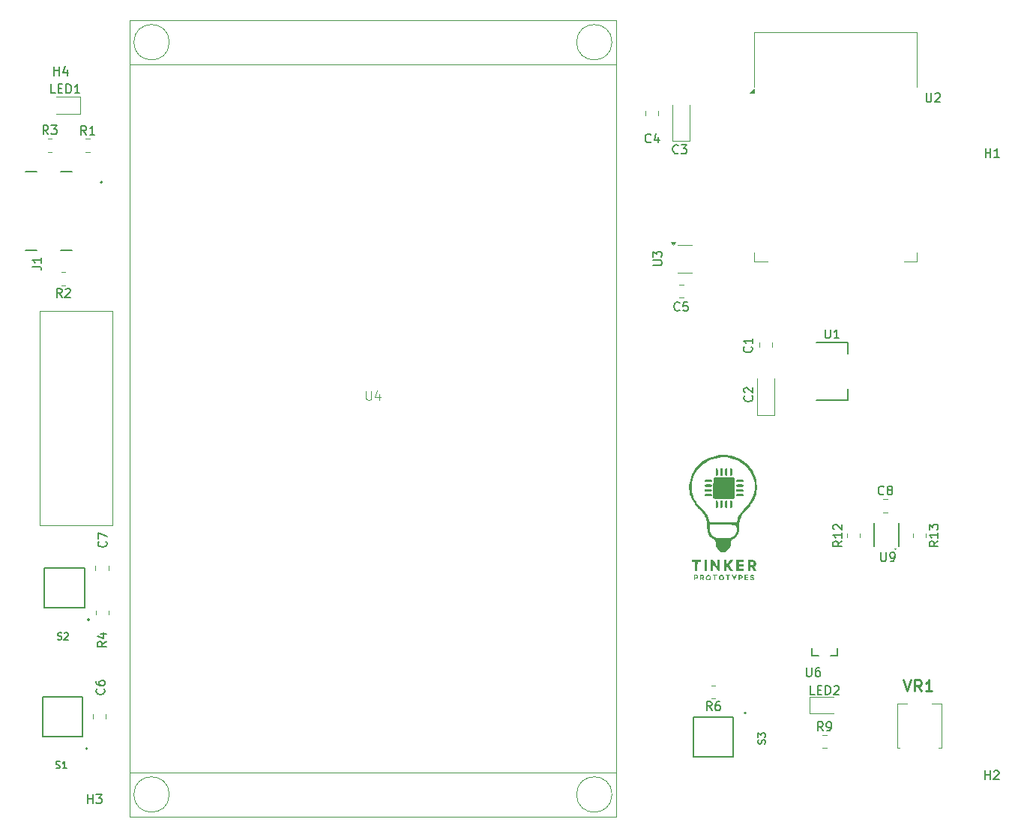
<source format=gbr>
%TF.GenerationSoftware,KiCad,Pcbnew,9.0.1*%
%TF.CreationDate,2025-06-20T23:10:46-05:00*%
%TF.ProjectId,LVGL_Training_Board,4c56474c-5f54-4726-9169-6e696e675f42,rev?*%
%TF.SameCoordinates,Original*%
%TF.FileFunction,Legend,Top*%
%TF.FilePolarity,Positive*%
%FSLAX46Y46*%
G04 Gerber Fmt 4.6, Leading zero omitted, Abs format (unit mm)*
G04 Created by KiCad (PCBNEW 9.0.1) date 2025-06-20 23:10:46*
%MOMM*%
%LPD*%
G01*
G04 APERTURE LIST*
%ADD10C,0.100000*%
%ADD11C,0.150000*%
%ADD12C,0.254000*%
%ADD13C,0.000000*%
%ADD14C,0.120000*%
%ADD15C,0.152400*%
%ADD16C,0.127000*%
%ADD17C,0.200000*%
%ADD18C,0.203200*%
G04 APERTURE END LIST*
D10*
X88350000Y-88200000D02*
X96550000Y-88200000D01*
X96550000Y-112400000D01*
X88350000Y-112400000D01*
X88350000Y-88200000D01*
D11*
X175850952Y-131504819D02*
X175374762Y-131504819D01*
X175374762Y-131504819D02*
X175374762Y-130504819D01*
X176184286Y-130981009D02*
X176517619Y-130981009D01*
X176660476Y-131504819D02*
X176184286Y-131504819D01*
X176184286Y-131504819D02*
X176184286Y-130504819D01*
X176184286Y-130504819D02*
X176660476Y-130504819D01*
X177089048Y-131504819D02*
X177089048Y-130504819D01*
X177089048Y-130504819D02*
X177327143Y-130504819D01*
X177327143Y-130504819D02*
X177470000Y-130552438D01*
X177470000Y-130552438D02*
X177565238Y-130647676D01*
X177565238Y-130647676D02*
X177612857Y-130742914D01*
X177612857Y-130742914D02*
X177660476Y-130933390D01*
X177660476Y-130933390D02*
X177660476Y-131076247D01*
X177660476Y-131076247D02*
X177612857Y-131266723D01*
X177612857Y-131266723D02*
X177565238Y-131361961D01*
X177565238Y-131361961D02*
X177470000Y-131457200D01*
X177470000Y-131457200D02*
X177327143Y-131504819D01*
X177327143Y-131504819D02*
X177089048Y-131504819D01*
X178041429Y-130600057D02*
X178089048Y-130552438D01*
X178089048Y-130552438D02*
X178184286Y-130504819D01*
X178184286Y-130504819D02*
X178422381Y-130504819D01*
X178422381Y-130504819D02*
X178517619Y-130552438D01*
X178517619Y-130552438D02*
X178565238Y-130600057D01*
X178565238Y-130600057D02*
X178612857Y-130695295D01*
X178612857Y-130695295D02*
X178612857Y-130790533D01*
X178612857Y-130790533D02*
X178565238Y-130933390D01*
X178565238Y-130933390D02*
X177993810Y-131504819D01*
X177993810Y-131504819D02*
X178612857Y-131504819D01*
X176783333Y-135604819D02*
X176450000Y-135128628D01*
X176211905Y-135604819D02*
X176211905Y-134604819D01*
X176211905Y-134604819D02*
X176592857Y-134604819D01*
X176592857Y-134604819D02*
X176688095Y-134652438D01*
X176688095Y-134652438D02*
X176735714Y-134700057D01*
X176735714Y-134700057D02*
X176783333Y-134795295D01*
X176783333Y-134795295D02*
X176783333Y-134938152D01*
X176783333Y-134938152D02*
X176735714Y-135033390D01*
X176735714Y-135033390D02*
X176688095Y-135081009D01*
X176688095Y-135081009D02*
X176592857Y-135128628D01*
X176592857Y-135128628D02*
X176211905Y-135128628D01*
X177259524Y-135604819D02*
X177450000Y-135604819D01*
X177450000Y-135604819D02*
X177545238Y-135557200D01*
X177545238Y-135557200D02*
X177592857Y-135509580D01*
X177592857Y-135509580D02*
X177688095Y-135366723D01*
X177688095Y-135366723D02*
X177735714Y-135176247D01*
X177735714Y-135176247D02*
X177735714Y-134795295D01*
X177735714Y-134795295D02*
X177688095Y-134700057D01*
X177688095Y-134700057D02*
X177640476Y-134652438D01*
X177640476Y-134652438D02*
X177545238Y-134604819D01*
X177545238Y-134604819D02*
X177354762Y-134604819D01*
X177354762Y-134604819D02*
X177259524Y-134652438D01*
X177259524Y-134652438D02*
X177211905Y-134700057D01*
X177211905Y-134700057D02*
X177164286Y-134795295D01*
X177164286Y-134795295D02*
X177164286Y-135033390D01*
X177164286Y-135033390D02*
X177211905Y-135128628D01*
X177211905Y-135128628D02*
X177259524Y-135176247D01*
X177259524Y-135176247D02*
X177354762Y-135223866D01*
X177354762Y-135223866D02*
X177545238Y-135223866D01*
X177545238Y-135223866D02*
X177640476Y-135176247D01*
X177640476Y-135176247D02*
X177688095Y-135128628D01*
X177688095Y-135128628D02*
X177735714Y-135033390D01*
X174911108Y-128451715D02*
X174911108Y-129264025D01*
X174911108Y-129264025D02*
X174958891Y-129359591D01*
X174958891Y-129359591D02*
X175006674Y-129407374D01*
X175006674Y-129407374D02*
X175102240Y-129455156D01*
X175102240Y-129455156D02*
X175293371Y-129455156D01*
X175293371Y-129455156D02*
X175388937Y-129407374D01*
X175388937Y-129407374D02*
X175436720Y-129359591D01*
X175436720Y-129359591D02*
X175484503Y-129264025D01*
X175484503Y-129264025D02*
X175484503Y-128451715D01*
X176392378Y-128451715D02*
X176201247Y-128451715D01*
X176201247Y-128451715D02*
X176105681Y-128499498D01*
X176105681Y-128499498D02*
X176057898Y-128547281D01*
X176057898Y-128547281D02*
X175962332Y-128690630D01*
X175962332Y-128690630D02*
X175914549Y-128881762D01*
X175914549Y-128881762D02*
X175914549Y-129264025D01*
X175914549Y-129264025D02*
X175962332Y-129359591D01*
X175962332Y-129359591D02*
X176010115Y-129407374D01*
X176010115Y-129407374D02*
X176105681Y-129455156D01*
X176105681Y-129455156D02*
X176296812Y-129455156D01*
X176296812Y-129455156D02*
X176392378Y-129407374D01*
X176392378Y-129407374D02*
X176440161Y-129359591D01*
X176440161Y-129359591D02*
X176487944Y-129264025D01*
X176487944Y-129264025D02*
X176487944Y-129025110D01*
X176487944Y-129025110D02*
X176440161Y-128929544D01*
X176440161Y-128929544D02*
X176392378Y-128881762D01*
X176392378Y-128881762D02*
X176296812Y-128833979D01*
X176296812Y-128833979D02*
X176105681Y-128833979D01*
X176105681Y-128833979D02*
X176010115Y-128881762D01*
X176010115Y-128881762D02*
X175962332Y-128929544D01*
X175962332Y-128929544D02*
X175914549Y-129025110D01*
X183338095Y-115454819D02*
X183338095Y-116264342D01*
X183338095Y-116264342D02*
X183385714Y-116359580D01*
X183385714Y-116359580D02*
X183433333Y-116407200D01*
X183433333Y-116407200D02*
X183528571Y-116454819D01*
X183528571Y-116454819D02*
X183719047Y-116454819D01*
X183719047Y-116454819D02*
X183814285Y-116407200D01*
X183814285Y-116407200D02*
X183861904Y-116359580D01*
X183861904Y-116359580D02*
X183909523Y-116264342D01*
X183909523Y-116264342D02*
X183909523Y-115454819D01*
X184433333Y-116454819D02*
X184623809Y-116454819D01*
X184623809Y-116454819D02*
X184719047Y-116407200D01*
X184719047Y-116407200D02*
X184766666Y-116359580D01*
X184766666Y-116359580D02*
X184861904Y-116216723D01*
X184861904Y-116216723D02*
X184909523Y-116026247D01*
X184909523Y-116026247D02*
X184909523Y-115645295D01*
X184909523Y-115645295D02*
X184861904Y-115550057D01*
X184861904Y-115550057D02*
X184814285Y-115502438D01*
X184814285Y-115502438D02*
X184719047Y-115454819D01*
X184719047Y-115454819D02*
X184528571Y-115454819D01*
X184528571Y-115454819D02*
X184433333Y-115502438D01*
X184433333Y-115502438D02*
X184385714Y-115550057D01*
X184385714Y-115550057D02*
X184338095Y-115645295D01*
X184338095Y-115645295D02*
X184338095Y-115883390D01*
X184338095Y-115883390D02*
X184385714Y-115978628D01*
X184385714Y-115978628D02*
X184433333Y-116026247D01*
X184433333Y-116026247D02*
X184528571Y-116073866D01*
X184528571Y-116073866D02*
X184719047Y-116073866D01*
X184719047Y-116073866D02*
X184814285Y-116026247D01*
X184814285Y-116026247D02*
X184861904Y-115978628D01*
X184861904Y-115978628D02*
X184909523Y-115883390D01*
X189779819Y-114180357D02*
X189303628Y-114513690D01*
X189779819Y-114751785D02*
X188779819Y-114751785D01*
X188779819Y-114751785D02*
X188779819Y-114370833D01*
X188779819Y-114370833D02*
X188827438Y-114275595D01*
X188827438Y-114275595D02*
X188875057Y-114227976D01*
X188875057Y-114227976D02*
X188970295Y-114180357D01*
X188970295Y-114180357D02*
X189113152Y-114180357D01*
X189113152Y-114180357D02*
X189208390Y-114227976D01*
X189208390Y-114227976D02*
X189256009Y-114275595D01*
X189256009Y-114275595D02*
X189303628Y-114370833D01*
X189303628Y-114370833D02*
X189303628Y-114751785D01*
X189779819Y-113227976D02*
X189779819Y-113799404D01*
X189779819Y-113513690D02*
X188779819Y-113513690D01*
X188779819Y-113513690D02*
X188922676Y-113608928D01*
X188922676Y-113608928D02*
X189017914Y-113704166D01*
X189017914Y-113704166D02*
X189065533Y-113799404D01*
X188779819Y-112894642D02*
X188779819Y-112275595D01*
X188779819Y-112275595D02*
X189160771Y-112608928D01*
X189160771Y-112608928D02*
X189160771Y-112466071D01*
X189160771Y-112466071D02*
X189208390Y-112370833D01*
X189208390Y-112370833D02*
X189256009Y-112323214D01*
X189256009Y-112323214D02*
X189351247Y-112275595D01*
X189351247Y-112275595D02*
X189589342Y-112275595D01*
X189589342Y-112275595D02*
X189684580Y-112323214D01*
X189684580Y-112323214D02*
X189732200Y-112370833D01*
X189732200Y-112370833D02*
X189779819Y-112466071D01*
X189779819Y-112466071D02*
X189779819Y-112751785D01*
X189779819Y-112751785D02*
X189732200Y-112847023D01*
X189732200Y-112847023D02*
X189684580Y-112894642D01*
X178929819Y-114180357D02*
X178453628Y-114513690D01*
X178929819Y-114751785D02*
X177929819Y-114751785D01*
X177929819Y-114751785D02*
X177929819Y-114370833D01*
X177929819Y-114370833D02*
X177977438Y-114275595D01*
X177977438Y-114275595D02*
X178025057Y-114227976D01*
X178025057Y-114227976D02*
X178120295Y-114180357D01*
X178120295Y-114180357D02*
X178263152Y-114180357D01*
X178263152Y-114180357D02*
X178358390Y-114227976D01*
X178358390Y-114227976D02*
X178406009Y-114275595D01*
X178406009Y-114275595D02*
X178453628Y-114370833D01*
X178453628Y-114370833D02*
X178453628Y-114751785D01*
X178929819Y-113227976D02*
X178929819Y-113799404D01*
X178929819Y-113513690D02*
X177929819Y-113513690D01*
X177929819Y-113513690D02*
X178072676Y-113608928D01*
X178072676Y-113608928D02*
X178167914Y-113704166D01*
X178167914Y-113704166D02*
X178215533Y-113799404D01*
X178025057Y-112847023D02*
X177977438Y-112799404D01*
X177977438Y-112799404D02*
X177929819Y-112704166D01*
X177929819Y-112704166D02*
X177929819Y-112466071D01*
X177929819Y-112466071D02*
X177977438Y-112370833D01*
X177977438Y-112370833D02*
X178025057Y-112323214D01*
X178025057Y-112323214D02*
X178120295Y-112275595D01*
X178120295Y-112275595D02*
X178215533Y-112275595D01*
X178215533Y-112275595D02*
X178358390Y-112323214D01*
X178358390Y-112323214D02*
X178929819Y-112894642D01*
X178929819Y-112894642D02*
X178929819Y-112275595D01*
X183658333Y-108849580D02*
X183610714Y-108897200D01*
X183610714Y-108897200D02*
X183467857Y-108944819D01*
X183467857Y-108944819D02*
X183372619Y-108944819D01*
X183372619Y-108944819D02*
X183229762Y-108897200D01*
X183229762Y-108897200D02*
X183134524Y-108801961D01*
X183134524Y-108801961D02*
X183086905Y-108706723D01*
X183086905Y-108706723D02*
X183039286Y-108516247D01*
X183039286Y-108516247D02*
X183039286Y-108373390D01*
X183039286Y-108373390D02*
X183086905Y-108182914D01*
X183086905Y-108182914D02*
X183134524Y-108087676D01*
X183134524Y-108087676D02*
X183229762Y-107992438D01*
X183229762Y-107992438D02*
X183372619Y-107944819D01*
X183372619Y-107944819D02*
X183467857Y-107944819D01*
X183467857Y-107944819D02*
X183610714Y-107992438D01*
X183610714Y-107992438D02*
X183658333Y-108040057D01*
X184229762Y-108373390D02*
X184134524Y-108325771D01*
X184134524Y-108325771D02*
X184086905Y-108278152D01*
X184086905Y-108278152D02*
X184039286Y-108182914D01*
X184039286Y-108182914D02*
X184039286Y-108135295D01*
X184039286Y-108135295D02*
X184086905Y-108040057D01*
X184086905Y-108040057D02*
X184134524Y-107992438D01*
X184134524Y-107992438D02*
X184229762Y-107944819D01*
X184229762Y-107944819D02*
X184420238Y-107944819D01*
X184420238Y-107944819D02*
X184515476Y-107992438D01*
X184515476Y-107992438D02*
X184563095Y-108040057D01*
X184563095Y-108040057D02*
X184610714Y-108135295D01*
X184610714Y-108135295D02*
X184610714Y-108182914D01*
X184610714Y-108182914D02*
X184563095Y-108278152D01*
X184563095Y-108278152D02*
X184515476Y-108325771D01*
X184515476Y-108325771D02*
X184420238Y-108373390D01*
X184420238Y-108373390D02*
X184229762Y-108373390D01*
X184229762Y-108373390D02*
X184134524Y-108421009D01*
X184134524Y-108421009D02*
X184086905Y-108468628D01*
X184086905Y-108468628D02*
X184039286Y-108563866D01*
X184039286Y-108563866D02*
X184039286Y-108754342D01*
X184039286Y-108754342D02*
X184086905Y-108849580D01*
X184086905Y-108849580D02*
X184134524Y-108897200D01*
X184134524Y-108897200D02*
X184229762Y-108944819D01*
X184229762Y-108944819D02*
X184420238Y-108944819D01*
X184420238Y-108944819D02*
X184515476Y-108897200D01*
X184515476Y-108897200D02*
X184563095Y-108849580D01*
X184563095Y-108849580D02*
X184610714Y-108754342D01*
X184610714Y-108754342D02*
X184610714Y-108563866D01*
X184610714Y-108563866D02*
X184563095Y-108468628D01*
X184563095Y-108468628D02*
X184515476Y-108421009D01*
X184515476Y-108421009D02*
X184420238Y-108373390D01*
D12*
X185886905Y-129854318D02*
X186310238Y-131124318D01*
X186310238Y-131124318D02*
X186733572Y-129854318D01*
X187882619Y-131124318D02*
X187459285Y-130519556D01*
X187156904Y-131124318D02*
X187156904Y-129854318D01*
X187156904Y-129854318D02*
X187640714Y-129854318D01*
X187640714Y-129854318D02*
X187761666Y-129914794D01*
X187761666Y-129914794D02*
X187822143Y-129975270D01*
X187822143Y-129975270D02*
X187882619Y-130096222D01*
X187882619Y-130096222D02*
X187882619Y-130277651D01*
X187882619Y-130277651D02*
X187822143Y-130398603D01*
X187822143Y-130398603D02*
X187761666Y-130459080D01*
X187761666Y-130459080D02*
X187640714Y-130519556D01*
X187640714Y-130519556D02*
X187156904Y-130519556D01*
X189092143Y-131124318D02*
X188366428Y-131124318D01*
X188729285Y-131124318D02*
X188729285Y-129854318D01*
X188729285Y-129854318D02*
X188608333Y-130035746D01*
X188608333Y-130035746D02*
X188487381Y-130156699D01*
X188487381Y-130156699D02*
X188366428Y-130217175D01*
D11*
X170208060Y-137071074D02*
X170246155Y-136956788D01*
X170246155Y-136956788D02*
X170246155Y-136766312D01*
X170246155Y-136766312D02*
X170208060Y-136690121D01*
X170208060Y-136690121D02*
X170169964Y-136652026D01*
X170169964Y-136652026D02*
X170093774Y-136613931D01*
X170093774Y-136613931D02*
X170017583Y-136613931D01*
X170017583Y-136613931D02*
X169941393Y-136652026D01*
X169941393Y-136652026D02*
X169903298Y-136690121D01*
X169903298Y-136690121D02*
X169865202Y-136766312D01*
X169865202Y-136766312D02*
X169827107Y-136918693D01*
X169827107Y-136918693D02*
X169789012Y-136994883D01*
X169789012Y-136994883D02*
X169750917Y-137032978D01*
X169750917Y-137032978D02*
X169674726Y-137071074D01*
X169674726Y-137071074D02*
X169598536Y-137071074D01*
X169598536Y-137071074D02*
X169522345Y-137032978D01*
X169522345Y-137032978D02*
X169484250Y-136994883D01*
X169484250Y-136994883D02*
X169446155Y-136918693D01*
X169446155Y-136918693D02*
X169446155Y-136728216D01*
X169446155Y-136728216D02*
X169484250Y-136613931D01*
X169446155Y-136347264D02*
X169446155Y-135852026D01*
X169446155Y-135852026D02*
X169750917Y-136118692D01*
X169750917Y-136118692D02*
X169750917Y-136004407D01*
X169750917Y-136004407D02*
X169789012Y-135928216D01*
X169789012Y-135928216D02*
X169827107Y-135890121D01*
X169827107Y-135890121D02*
X169903298Y-135852026D01*
X169903298Y-135852026D02*
X170093774Y-135852026D01*
X170093774Y-135852026D02*
X170169964Y-135890121D01*
X170169964Y-135890121D02*
X170208060Y-135928216D01*
X170208060Y-135928216D02*
X170246155Y-136004407D01*
X170246155Y-136004407D02*
X170246155Y-136232978D01*
X170246155Y-136232978D02*
X170208060Y-136309169D01*
X170208060Y-136309169D02*
X170169964Y-136347264D01*
X164233333Y-133304819D02*
X163900000Y-132828628D01*
X163661905Y-133304819D02*
X163661905Y-132304819D01*
X163661905Y-132304819D02*
X164042857Y-132304819D01*
X164042857Y-132304819D02*
X164138095Y-132352438D01*
X164138095Y-132352438D02*
X164185714Y-132400057D01*
X164185714Y-132400057D02*
X164233333Y-132495295D01*
X164233333Y-132495295D02*
X164233333Y-132638152D01*
X164233333Y-132638152D02*
X164185714Y-132733390D01*
X164185714Y-132733390D02*
X164138095Y-132781009D01*
X164138095Y-132781009D02*
X164042857Y-132828628D01*
X164042857Y-132828628D02*
X163661905Y-132828628D01*
X165090476Y-132304819D02*
X164900000Y-132304819D01*
X164900000Y-132304819D02*
X164804762Y-132352438D01*
X164804762Y-132352438D02*
X164757143Y-132400057D01*
X164757143Y-132400057D02*
X164661905Y-132542914D01*
X164661905Y-132542914D02*
X164614286Y-132733390D01*
X164614286Y-132733390D02*
X164614286Y-133114342D01*
X164614286Y-133114342D02*
X164661905Y-133209580D01*
X164661905Y-133209580D02*
X164709524Y-133257200D01*
X164709524Y-133257200D02*
X164804762Y-133304819D01*
X164804762Y-133304819D02*
X164995238Y-133304819D01*
X164995238Y-133304819D02*
X165090476Y-133257200D01*
X165090476Y-133257200D02*
X165138095Y-133209580D01*
X165138095Y-133209580D02*
X165185714Y-133114342D01*
X165185714Y-133114342D02*
X165185714Y-132876247D01*
X165185714Y-132876247D02*
X165138095Y-132781009D01*
X165138095Y-132781009D02*
X165090476Y-132733390D01*
X165090476Y-132733390D02*
X164995238Y-132685771D01*
X164995238Y-132685771D02*
X164804762Y-132685771D01*
X164804762Y-132685771D02*
X164709524Y-132733390D01*
X164709524Y-132733390D02*
X164661905Y-132781009D01*
X164661905Y-132781009D02*
X164614286Y-132876247D01*
X177038095Y-90254819D02*
X177038095Y-91064342D01*
X177038095Y-91064342D02*
X177085714Y-91159580D01*
X177085714Y-91159580D02*
X177133333Y-91207200D01*
X177133333Y-91207200D02*
X177228571Y-91254819D01*
X177228571Y-91254819D02*
X177419047Y-91254819D01*
X177419047Y-91254819D02*
X177514285Y-91207200D01*
X177514285Y-91207200D02*
X177561904Y-91159580D01*
X177561904Y-91159580D02*
X177609523Y-91064342D01*
X177609523Y-91064342D02*
X177609523Y-90254819D01*
X178609523Y-91254819D02*
X178038095Y-91254819D01*
X178323809Y-91254819D02*
X178323809Y-90254819D01*
X178323809Y-90254819D02*
X178228571Y-90397676D01*
X178228571Y-90397676D02*
X178133333Y-90492914D01*
X178133333Y-90492914D02*
X178038095Y-90540533D01*
X95854819Y-125516666D02*
X95378628Y-125849999D01*
X95854819Y-126088094D02*
X94854819Y-126088094D01*
X94854819Y-126088094D02*
X94854819Y-125707142D01*
X94854819Y-125707142D02*
X94902438Y-125611904D01*
X94902438Y-125611904D02*
X94950057Y-125564285D01*
X94950057Y-125564285D02*
X95045295Y-125516666D01*
X95045295Y-125516666D02*
X95188152Y-125516666D01*
X95188152Y-125516666D02*
X95283390Y-125564285D01*
X95283390Y-125564285D02*
X95331009Y-125611904D01*
X95331009Y-125611904D02*
X95378628Y-125707142D01*
X95378628Y-125707142D02*
X95378628Y-126088094D01*
X95188152Y-124659523D02*
X95854819Y-124659523D01*
X94807200Y-124897618D02*
X95521485Y-125135713D01*
X95521485Y-125135713D02*
X95521485Y-124516666D01*
X93738095Y-143804819D02*
X93738095Y-142804819D01*
X93738095Y-143281009D02*
X94309523Y-143281009D01*
X94309523Y-143804819D02*
X94309523Y-142804819D01*
X94690476Y-142804819D02*
X95309523Y-142804819D01*
X95309523Y-142804819D02*
X94976190Y-143185771D01*
X94976190Y-143185771D02*
X95119047Y-143185771D01*
X95119047Y-143185771D02*
X95214285Y-143233390D01*
X95214285Y-143233390D02*
X95261904Y-143281009D01*
X95261904Y-143281009D02*
X95309523Y-143376247D01*
X95309523Y-143376247D02*
X95309523Y-143614342D01*
X95309523Y-143614342D02*
X95261904Y-143709580D01*
X95261904Y-143709580D02*
X95214285Y-143757200D01*
X95214285Y-143757200D02*
X95119047Y-143804819D01*
X95119047Y-143804819D02*
X94833333Y-143804819D01*
X94833333Y-143804819D02*
X94738095Y-143757200D01*
X94738095Y-143757200D02*
X94690476Y-143709580D01*
X90141425Y-139808060D02*
X90255711Y-139846155D01*
X90255711Y-139846155D02*
X90446187Y-139846155D01*
X90446187Y-139846155D02*
X90522378Y-139808060D01*
X90522378Y-139808060D02*
X90560473Y-139769964D01*
X90560473Y-139769964D02*
X90598568Y-139693774D01*
X90598568Y-139693774D02*
X90598568Y-139617583D01*
X90598568Y-139617583D02*
X90560473Y-139541393D01*
X90560473Y-139541393D02*
X90522378Y-139503298D01*
X90522378Y-139503298D02*
X90446187Y-139465202D01*
X90446187Y-139465202D02*
X90293806Y-139427107D01*
X90293806Y-139427107D02*
X90217616Y-139389012D01*
X90217616Y-139389012D02*
X90179521Y-139350917D01*
X90179521Y-139350917D02*
X90141425Y-139274726D01*
X90141425Y-139274726D02*
X90141425Y-139198536D01*
X90141425Y-139198536D02*
X90179521Y-139122345D01*
X90179521Y-139122345D02*
X90217616Y-139084250D01*
X90217616Y-139084250D02*
X90293806Y-139046155D01*
X90293806Y-139046155D02*
X90484283Y-139046155D01*
X90484283Y-139046155D02*
X90598568Y-139084250D01*
X91360473Y-139846155D02*
X90903330Y-139846155D01*
X91131902Y-139846155D02*
X91131902Y-139046155D01*
X91131902Y-139046155D02*
X91055711Y-139160440D01*
X91055711Y-139160440D02*
X90979521Y-139236631D01*
X90979521Y-139236631D02*
X90903330Y-139274726D01*
X168709580Y-92216666D02*
X168757200Y-92264285D01*
X168757200Y-92264285D02*
X168804819Y-92407142D01*
X168804819Y-92407142D02*
X168804819Y-92502380D01*
X168804819Y-92502380D02*
X168757200Y-92645237D01*
X168757200Y-92645237D02*
X168661961Y-92740475D01*
X168661961Y-92740475D02*
X168566723Y-92788094D01*
X168566723Y-92788094D02*
X168376247Y-92835713D01*
X168376247Y-92835713D02*
X168233390Y-92835713D01*
X168233390Y-92835713D02*
X168042914Y-92788094D01*
X168042914Y-92788094D02*
X167947676Y-92740475D01*
X167947676Y-92740475D02*
X167852438Y-92645237D01*
X167852438Y-92645237D02*
X167804819Y-92502380D01*
X167804819Y-92502380D02*
X167804819Y-92407142D01*
X167804819Y-92407142D02*
X167852438Y-92264285D01*
X167852438Y-92264285D02*
X167900057Y-92216666D01*
X168804819Y-91264285D02*
X168804819Y-91835713D01*
X168804819Y-91549999D02*
X167804819Y-91549999D01*
X167804819Y-91549999D02*
X167947676Y-91645237D01*
X167947676Y-91645237D02*
X168042914Y-91740475D01*
X168042914Y-91740475D02*
X168090533Y-91835713D01*
D10*
X125188095Y-97217419D02*
X125188095Y-98026942D01*
X125188095Y-98026942D02*
X125235714Y-98122180D01*
X125235714Y-98122180D02*
X125283333Y-98169800D01*
X125283333Y-98169800D02*
X125378571Y-98217419D01*
X125378571Y-98217419D02*
X125569047Y-98217419D01*
X125569047Y-98217419D02*
X125664285Y-98169800D01*
X125664285Y-98169800D02*
X125711904Y-98122180D01*
X125711904Y-98122180D02*
X125759523Y-98026942D01*
X125759523Y-98026942D02*
X125759523Y-97217419D01*
X126664285Y-97550752D02*
X126664285Y-98217419D01*
X126426190Y-97169800D02*
X126188095Y-97884085D01*
X126188095Y-97884085D02*
X126807142Y-97884085D01*
D11*
X160433333Y-70299580D02*
X160385714Y-70347200D01*
X160385714Y-70347200D02*
X160242857Y-70394819D01*
X160242857Y-70394819D02*
X160147619Y-70394819D01*
X160147619Y-70394819D02*
X160004762Y-70347200D01*
X160004762Y-70347200D02*
X159909524Y-70251961D01*
X159909524Y-70251961D02*
X159861905Y-70156723D01*
X159861905Y-70156723D02*
X159814286Y-69966247D01*
X159814286Y-69966247D02*
X159814286Y-69823390D01*
X159814286Y-69823390D02*
X159861905Y-69632914D01*
X159861905Y-69632914D02*
X159909524Y-69537676D01*
X159909524Y-69537676D02*
X160004762Y-69442438D01*
X160004762Y-69442438D02*
X160147619Y-69394819D01*
X160147619Y-69394819D02*
X160242857Y-69394819D01*
X160242857Y-69394819D02*
X160385714Y-69442438D01*
X160385714Y-69442438D02*
X160433333Y-69490057D01*
X160766667Y-69394819D02*
X161385714Y-69394819D01*
X161385714Y-69394819D02*
X161052381Y-69775771D01*
X161052381Y-69775771D02*
X161195238Y-69775771D01*
X161195238Y-69775771D02*
X161290476Y-69823390D01*
X161290476Y-69823390D02*
X161338095Y-69871009D01*
X161338095Y-69871009D02*
X161385714Y-69966247D01*
X161385714Y-69966247D02*
X161385714Y-70204342D01*
X161385714Y-70204342D02*
X161338095Y-70299580D01*
X161338095Y-70299580D02*
X161290476Y-70347200D01*
X161290476Y-70347200D02*
X161195238Y-70394819D01*
X161195238Y-70394819D02*
X160909524Y-70394819D01*
X160909524Y-70394819D02*
X160814286Y-70347200D01*
X160814286Y-70347200D02*
X160766667Y-70299580D01*
X168759580Y-97766666D02*
X168807200Y-97814285D01*
X168807200Y-97814285D02*
X168854819Y-97957142D01*
X168854819Y-97957142D02*
X168854819Y-98052380D01*
X168854819Y-98052380D02*
X168807200Y-98195237D01*
X168807200Y-98195237D02*
X168711961Y-98290475D01*
X168711961Y-98290475D02*
X168616723Y-98338094D01*
X168616723Y-98338094D02*
X168426247Y-98385713D01*
X168426247Y-98385713D02*
X168283390Y-98385713D01*
X168283390Y-98385713D02*
X168092914Y-98338094D01*
X168092914Y-98338094D02*
X167997676Y-98290475D01*
X167997676Y-98290475D02*
X167902438Y-98195237D01*
X167902438Y-98195237D02*
X167854819Y-98052380D01*
X167854819Y-98052380D02*
X167854819Y-97957142D01*
X167854819Y-97957142D02*
X167902438Y-97814285D01*
X167902438Y-97814285D02*
X167950057Y-97766666D01*
X167950057Y-97385713D02*
X167902438Y-97338094D01*
X167902438Y-97338094D02*
X167854819Y-97242856D01*
X167854819Y-97242856D02*
X167854819Y-97004761D01*
X167854819Y-97004761D02*
X167902438Y-96909523D01*
X167902438Y-96909523D02*
X167950057Y-96861904D01*
X167950057Y-96861904D02*
X168045295Y-96814285D01*
X168045295Y-96814285D02*
X168140533Y-96814285D01*
X168140533Y-96814285D02*
X168283390Y-96861904D01*
X168283390Y-96861904D02*
X168854819Y-97433332D01*
X168854819Y-97433332D02*
X168854819Y-96814285D01*
X93583333Y-68254819D02*
X93250000Y-67778628D01*
X93011905Y-68254819D02*
X93011905Y-67254819D01*
X93011905Y-67254819D02*
X93392857Y-67254819D01*
X93392857Y-67254819D02*
X93488095Y-67302438D01*
X93488095Y-67302438D02*
X93535714Y-67350057D01*
X93535714Y-67350057D02*
X93583333Y-67445295D01*
X93583333Y-67445295D02*
X93583333Y-67588152D01*
X93583333Y-67588152D02*
X93535714Y-67683390D01*
X93535714Y-67683390D02*
X93488095Y-67731009D01*
X93488095Y-67731009D02*
X93392857Y-67778628D01*
X93392857Y-67778628D02*
X93011905Y-67778628D01*
X94535714Y-68254819D02*
X93964286Y-68254819D01*
X94250000Y-68254819D02*
X94250000Y-67254819D01*
X94250000Y-67254819D02*
X94154762Y-67397676D01*
X94154762Y-67397676D02*
X94059524Y-67492914D01*
X94059524Y-67492914D02*
X93964286Y-67540533D01*
X90080952Y-63554819D02*
X89604762Y-63554819D01*
X89604762Y-63554819D02*
X89604762Y-62554819D01*
X90414286Y-63031009D02*
X90747619Y-63031009D01*
X90890476Y-63554819D02*
X90414286Y-63554819D01*
X90414286Y-63554819D02*
X90414286Y-62554819D01*
X90414286Y-62554819D02*
X90890476Y-62554819D01*
X91319048Y-63554819D02*
X91319048Y-62554819D01*
X91319048Y-62554819D02*
X91557143Y-62554819D01*
X91557143Y-62554819D02*
X91700000Y-62602438D01*
X91700000Y-62602438D02*
X91795238Y-62697676D01*
X91795238Y-62697676D02*
X91842857Y-62792914D01*
X91842857Y-62792914D02*
X91890476Y-62983390D01*
X91890476Y-62983390D02*
X91890476Y-63126247D01*
X91890476Y-63126247D02*
X91842857Y-63316723D01*
X91842857Y-63316723D02*
X91795238Y-63411961D01*
X91795238Y-63411961D02*
X91700000Y-63507200D01*
X91700000Y-63507200D02*
X91557143Y-63554819D01*
X91557143Y-63554819D02*
X91319048Y-63554819D01*
X92842857Y-63554819D02*
X92271429Y-63554819D01*
X92557143Y-63554819D02*
X92557143Y-62554819D01*
X92557143Y-62554819D02*
X92461905Y-62697676D01*
X92461905Y-62697676D02*
X92366667Y-62792914D01*
X92366667Y-62792914D02*
X92271429Y-62840533D01*
X90341425Y-125258060D02*
X90455711Y-125296155D01*
X90455711Y-125296155D02*
X90646187Y-125296155D01*
X90646187Y-125296155D02*
X90722378Y-125258060D01*
X90722378Y-125258060D02*
X90760473Y-125219964D01*
X90760473Y-125219964D02*
X90798568Y-125143774D01*
X90798568Y-125143774D02*
X90798568Y-125067583D01*
X90798568Y-125067583D02*
X90760473Y-124991393D01*
X90760473Y-124991393D02*
X90722378Y-124953298D01*
X90722378Y-124953298D02*
X90646187Y-124915202D01*
X90646187Y-124915202D02*
X90493806Y-124877107D01*
X90493806Y-124877107D02*
X90417616Y-124839012D01*
X90417616Y-124839012D02*
X90379521Y-124800917D01*
X90379521Y-124800917D02*
X90341425Y-124724726D01*
X90341425Y-124724726D02*
X90341425Y-124648536D01*
X90341425Y-124648536D02*
X90379521Y-124572345D01*
X90379521Y-124572345D02*
X90417616Y-124534250D01*
X90417616Y-124534250D02*
X90493806Y-124496155D01*
X90493806Y-124496155D02*
X90684283Y-124496155D01*
X90684283Y-124496155D02*
X90798568Y-124534250D01*
X91103330Y-124572345D02*
X91141426Y-124534250D01*
X91141426Y-124534250D02*
X91217616Y-124496155D01*
X91217616Y-124496155D02*
X91408092Y-124496155D01*
X91408092Y-124496155D02*
X91484283Y-124534250D01*
X91484283Y-124534250D02*
X91522378Y-124572345D01*
X91522378Y-124572345D02*
X91560473Y-124648536D01*
X91560473Y-124648536D02*
X91560473Y-124724726D01*
X91560473Y-124724726D02*
X91522378Y-124839012D01*
X91522378Y-124839012D02*
X91065235Y-125296155D01*
X91065235Y-125296155D02*
X91560473Y-125296155D01*
X157592319Y-83011904D02*
X158401842Y-83011904D01*
X158401842Y-83011904D02*
X158497080Y-82964285D01*
X158497080Y-82964285D02*
X158544700Y-82916666D01*
X158544700Y-82916666D02*
X158592319Y-82821428D01*
X158592319Y-82821428D02*
X158592319Y-82630952D01*
X158592319Y-82630952D02*
X158544700Y-82535714D01*
X158544700Y-82535714D02*
X158497080Y-82488095D01*
X158497080Y-82488095D02*
X158401842Y-82440476D01*
X158401842Y-82440476D02*
X157592319Y-82440476D01*
X157592319Y-82059523D02*
X157592319Y-81440476D01*
X157592319Y-81440476D02*
X157973271Y-81773809D01*
X157973271Y-81773809D02*
X157973271Y-81630952D01*
X157973271Y-81630952D02*
X158020890Y-81535714D01*
X158020890Y-81535714D02*
X158068509Y-81488095D01*
X158068509Y-81488095D02*
X158163747Y-81440476D01*
X158163747Y-81440476D02*
X158401842Y-81440476D01*
X158401842Y-81440476D02*
X158497080Y-81488095D01*
X158497080Y-81488095D02*
X158544700Y-81535714D01*
X158544700Y-81535714D02*
X158592319Y-81630952D01*
X158592319Y-81630952D02*
X158592319Y-81916666D01*
X158592319Y-81916666D02*
X158544700Y-82011904D01*
X158544700Y-82011904D02*
X158497080Y-82059523D01*
X87497319Y-83155833D02*
X88211604Y-83155833D01*
X88211604Y-83155833D02*
X88354461Y-83203452D01*
X88354461Y-83203452D02*
X88449700Y-83298690D01*
X88449700Y-83298690D02*
X88497319Y-83441547D01*
X88497319Y-83441547D02*
X88497319Y-83536785D01*
X88497319Y-82155833D02*
X88497319Y-82727261D01*
X88497319Y-82441547D02*
X87497319Y-82441547D01*
X87497319Y-82441547D02*
X87640176Y-82536785D01*
X87640176Y-82536785D02*
X87735414Y-82632023D01*
X87735414Y-82632023D02*
X87783033Y-82727261D01*
X160583333Y-88059580D02*
X160535714Y-88107200D01*
X160535714Y-88107200D02*
X160392857Y-88154819D01*
X160392857Y-88154819D02*
X160297619Y-88154819D01*
X160297619Y-88154819D02*
X160154762Y-88107200D01*
X160154762Y-88107200D02*
X160059524Y-88011961D01*
X160059524Y-88011961D02*
X160011905Y-87916723D01*
X160011905Y-87916723D02*
X159964286Y-87726247D01*
X159964286Y-87726247D02*
X159964286Y-87583390D01*
X159964286Y-87583390D02*
X160011905Y-87392914D01*
X160011905Y-87392914D02*
X160059524Y-87297676D01*
X160059524Y-87297676D02*
X160154762Y-87202438D01*
X160154762Y-87202438D02*
X160297619Y-87154819D01*
X160297619Y-87154819D02*
X160392857Y-87154819D01*
X160392857Y-87154819D02*
X160535714Y-87202438D01*
X160535714Y-87202438D02*
X160583333Y-87250057D01*
X161488095Y-87154819D02*
X161011905Y-87154819D01*
X161011905Y-87154819D02*
X160964286Y-87631009D01*
X160964286Y-87631009D02*
X161011905Y-87583390D01*
X161011905Y-87583390D02*
X161107143Y-87535771D01*
X161107143Y-87535771D02*
X161345238Y-87535771D01*
X161345238Y-87535771D02*
X161440476Y-87583390D01*
X161440476Y-87583390D02*
X161488095Y-87631009D01*
X161488095Y-87631009D02*
X161535714Y-87726247D01*
X161535714Y-87726247D02*
X161535714Y-87964342D01*
X161535714Y-87964342D02*
X161488095Y-88059580D01*
X161488095Y-88059580D02*
X161440476Y-88107200D01*
X161440476Y-88107200D02*
X161345238Y-88154819D01*
X161345238Y-88154819D02*
X161107143Y-88154819D01*
X161107143Y-88154819D02*
X161011905Y-88107200D01*
X161011905Y-88107200D02*
X160964286Y-88059580D01*
X95809580Y-114216666D02*
X95857200Y-114264285D01*
X95857200Y-114264285D02*
X95904819Y-114407142D01*
X95904819Y-114407142D02*
X95904819Y-114502380D01*
X95904819Y-114502380D02*
X95857200Y-114645237D01*
X95857200Y-114645237D02*
X95761961Y-114740475D01*
X95761961Y-114740475D02*
X95666723Y-114788094D01*
X95666723Y-114788094D02*
X95476247Y-114835713D01*
X95476247Y-114835713D02*
X95333390Y-114835713D01*
X95333390Y-114835713D02*
X95142914Y-114788094D01*
X95142914Y-114788094D02*
X95047676Y-114740475D01*
X95047676Y-114740475D02*
X94952438Y-114645237D01*
X94952438Y-114645237D02*
X94904819Y-114502380D01*
X94904819Y-114502380D02*
X94904819Y-114407142D01*
X94904819Y-114407142D02*
X94952438Y-114264285D01*
X94952438Y-114264285D02*
X95000057Y-114216666D01*
X94904819Y-113883332D02*
X94904819Y-113216666D01*
X94904819Y-113216666D02*
X95904819Y-113645237D01*
X195088095Y-141104819D02*
X195088095Y-140104819D01*
X195088095Y-140581009D02*
X195659523Y-140581009D01*
X195659523Y-141104819D02*
X195659523Y-140104819D01*
X196088095Y-140200057D02*
X196135714Y-140152438D01*
X196135714Y-140152438D02*
X196230952Y-140104819D01*
X196230952Y-140104819D02*
X196469047Y-140104819D01*
X196469047Y-140104819D02*
X196564285Y-140152438D01*
X196564285Y-140152438D02*
X196611904Y-140200057D01*
X196611904Y-140200057D02*
X196659523Y-140295295D01*
X196659523Y-140295295D02*
X196659523Y-140390533D01*
X196659523Y-140390533D02*
X196611904Y-140533390D01*
X196611904Y-140533390D02*
X196040476Y-141104819D01*
X196040476Y-141104819D02*
X196659523Y-141104819D01*
X89283333Y-68204819D02*
X88950000Y-67728628D01*
X88711905Y-68204819D02*
X88711905Y-67204819D01*
X88711905Y-67204819D02*
X89092857Y-67204819D01*
X89092857Y-67204819D02*
X89188095Y-67252438D01*
X89188095Y-67252438D02*
X89235714Y-67300057D01*
X89235714Y-67300057D02*
X89283333Y-67395295D01*
X89283333Y-67395295D02*
X89283333Y-67538152D01*
X89283333Y-67538152D02*
X89235714Y-67633390D01*
X89235714Y-67633390D02*
X89188095Y-67681009D01*
X89188095Y-67681009D02*
X89092857Y-67728628D01*
X89092857Y-67728628D02*
X88711905Y-67728628D01*
X89616667Y-67204819D02*
X90235714Y-67204819D01*
X90235714Y-67204819D02*
X89902381Y-67585771D01*
X89902381Y-67585771D02*
X90045238Y-67585771D01*
X90045238Y-67585771D02*
X90140476Y-67633390D01*
X90140476Y-67633390D02*
X90188095Y-67681009D01*
X90188095Y-67681009D02*
X90235714Y-67776247D01*
X90235714Y-67776247D02*
X90235714Y-68014342D01*
X90235714Y-68014342D02*
X90188095Y-68109580D01*
X90188095Y-68109580D02*
X90140476Y-68157200D01*
X90140476Y-68157200D02*
X90045238Y-68204819D01*
X90045238Y-68204819D02*
X89759524Y-68204819D01*
X89759524Y-68204819D02*
X89664286Y-68157200D01*
X89664286Y-68157200D02*
X89616667Y-68109580D01*
X95572080Y-130866666D02*
X95619700Y-130914285D01*
X95619700Y-130914285D02*
X95667319Y-131057142D01*
X95667319Y-131057142D02*
X95667319Y-131152380D01*
X95667319Y-131152380D02*
X95619700Y-131295237D01*
X95619700Y-131295237D02*
X95524461Y-131390475D01*
X95524461Y-131390475D02*
X95429223Y-131438094D01*
X95429223Y-131438094D02*
X95238747Y-131485713D01*
X95238747Y-131485713D02*
X95095890Y-131485713D01*
X95095890Y-131485713D02*
X94905414Y-131438094D01*
X94905414Y-131438094D02*
X94810176Y-131390475D01*
X94810176Y-131390475D02*
X94714938Y-131295237D01*
X94714938Y-131295237D02*
X94667319Y-131152380D01*
X94667319Y-131152380D02*
X94667319Y-131057142D01*
X94667319Y-131057142D02*
X94714938Y-130914285D01*
X94714938Y-130914285D02*
X94762557Y-130866666D01*
X94667319Y-130009523D02*
X94667319Y-130199999D01*
X94667319Y-130199999D02*
X94714938Y-130295237D01*
X94714938Y-130295237D02*
X94762557Y-130342856D01*
X94762557Y-130342856D02*
X94905414Y-130438094D01*
X94905414Y-130438094D02*
X95095890Y-130485713D01*
X95095890Y-130485713D02*
X95476842Y-130485713D01*
X95476842Y-130485713D02*
X95572080Y-130438094D01*
X95572080Y-130438094D02*
X95619700Y-130390475D01*
X95619700Y-130390475D02*
X95667319Y-130295237D01*
X95667319Y-130295237D02*
X95667319Y-130104761D01*
X95667319Y-130104761D02*
X95619700Y-130009523D01*
X95619700Y-130009523D02*
X95572080Y-129961904D01*
X95572080Y-129961904D02*
X95476842Y-129914285D01*
X95476842Y-129914285D02*
X95238747Y-129914285D01*
X95238747Y-129914285D02*
X95143509Y-129961904D01*
X95143509Y-129961904D02*
X95095890Y-130009523D01*
X95095890Y-130009523D02*
X95048271Y-130104761D01*
X95048271Y-130104761D02*
X95048271Y-130295237D01*
X95048271Y-130295237D02*
X95095890Y-130390475D01*
X95095890Y-130390475D02*
X95143509Y-130438094D01*
X95143509Y-130438094D02*
X95238747Y-130485713D01*
X90820833Y-86627319D02*
X90487500Y-86151128D01*
X90249405Y-86627319D02*
X90249405Y-85627319D01*
X90249405Y-85627319D02*
X90630357Y-85627319D01*
X90630357Y-85627319D02*
X90725595Y-85674938D01*
X90725595Y-85674938D02*
X90773214Y-85722557D01*
X90773214Y-85722557D02*
X90820833Y-85817795D01*
X90820833Y-85817795D02*
X90820833Y-85960652D01*
X90820833Y-85960652D02*
X90773214Y-86055890D01*
X90773214Y-86055890D02*
X90725595Y-86103509D01*
X90725595Y-86103509D02*
X90630357Y-86151128D01*
X90630357Y-86151128D02*
X90249405Y-86151128D01*
X91201786Y-85722557D02*
X91249405Y-85674938D01*
X91249405Y-85674938D02*
X91344643Y-85627319D01*
X91344643Y-85627319D02*
X91582738Y-85627319D01*
X91582738Y-85627319D02*
X91677976Y-85674938D01*
X91677976Y-85674938D02*
X91725595Y-85722557D01*
X91725595Y-85722557D02*
X91773214Y-85817795D01*
X91773214Y-85817795D02*
X91773214Y-85913033D01*
X91773214Y-85913033D02*
X91725595Y-86055890D01*
X91725595Y-86055890D02*
X91154167Y-86627319D01*
X91154167Y-86627319D02*
X91773214Y-86627319D01*
X188438095Y-63554819D02*
X188438095Y-64364342D01*
X188438095Y-64364342D02*
X188485714Y-64459580D01*
X188485714Y-64459580D02*
X188533333Y-64507200D01*
X188533333Y-64507200D02*
X188628571Y-64554819D01*
X188628571Y-64554819D02*
X188819047Y-64554819D01*
X188819047Y-64554819D02*
X188914285Y-64507200D01*
X188914285Y-64507200D02*
X188961904Y-64459580D01*
X188961904Y-64459580D02*
X189009523Y-64364342D01*
X189009523Y-64364342D02*
X189009523Y-63554819D01*
X189438095Y-63650057D02*
X189485714Y-63602438D01*
X189485714Y-63602438D02*
X189580952Y-63554819D01*
X189580952Y-63554819D02*
X189819047Y-63554819D01*
X189819047Y-63554819D02*
X189914285Y-63602438D01*
X189914285Y-63602438D02*
X189961904Y-63650057D01*
X189961904Y-63650057D02*
X190009523Y-63745295D01*
X190009523Y-63745295D02*
X190009523Y-63840533D01*
X190009523Y-63840533D02*
X189961904Y-63983390D01*
X189961904Y-63983390D02*
X189390476Y-64554819D01*
X189390476Y-64554819D02*
X190009523Y-64554819D01*
X157333333Y-69059580D02*
X157285714Y-69107200D01*
X157285714Y-69107200D02*
X157142857Y-69154819D01*
X157142857Y-69154819D02*
X157047619Y-69154819D01*
X157047619Y-69154819D02*
X156904762Y-69107200D01*
X156904762Y-69107200D02*
X156809524Y-69011961D01*
X156809524Y-69011961D02*
X156761905Y-68916723D01*
X156761905Y-68916723D02*
X156714286Y-68726247D01*
X156714286Y-68726247D02*
X156714286Y-68583390D01*
X156714286Y-68583390D02*
X156761905Y-68392914D01*
X156761905Y-68392914D02*
X156809524Y-68297676D01*
X156809524Y-68297676D02*
X156904762Y-68202438D01*
X156904762Y-68202438D02*
X157047619Y-68154819D01*
X157047619Y-68154819D02*
X157142857Y-68154819D01*
X157142857Y-68154819D02*
X157285714Y-68202438D01*
X157285714Y-68202438D02*
X157333333Y-68250057D01*
X158190476Y-68488152D02*
X158190476Y-69154819D01*
X157952381Y-68107200D02*
X157714286Y-68821485D01*
X157714286Y-68821485D02*
X158333333Y-68821485D01*
X89938095Y-61554819D02*
X89938095Y-60554819D01*
X89938095Y-61031009D02*
X90509523Y-61031009D01*
X90509523Y-61554819D02*
X90509523Y-60554819D01*
X91414285Y-60888152D02*
X91414285Y-61554819D01*
X91176190Y-60507200D02*
X90938095Y-61221485D01*
X90938095Y-61221485D02*
X91557142Y-61221485D01*
X195138095Y-70804819D02*
X195138095Y-69804819D01*
X195138095Y-70281009D02*
X195709523Y-70281009D01*
X195709523Y-70804819D02*
X195709523Y-69804819D01*
X196709523Y-70804819D02*
X196138095Y-70804819D01*
X196423809Y-70804819D02*
X196423809Y-69804819D01*
X196423809Y-69804819D02*
X196328571Y-69947676D01*
X196328571Y-69947676D02*
X196233333Y-70042914D01*
X196233333Y-70042914D02*
X196138095Y-70090533D01*
D13*
%TO.C,G\u002A\u002A\u002A*%
G36*
X162469856Y-117978428D02*
G01*
X162553142Y-117997595D01*
X162611670Y-118031913D01*
X162650128Y-118083320D01*
X162655919Y-118096049D01*
X162675358Y-118181511D01*
X162662577Y-118259066D01*
X162621140Y-118324255D01*
X162554614Y-118372617D01*
X162466564Y-118399691D01*
X162409848Y-118403892D01*
X162337367Y-118403892D01*
X162337367Y-118502760D01*
X162337367Y-118601627D01*
X162274451Y-118601627D01*
X162211535Y-118601627D01*
X162211535Y-118296036D01*
X162337367Y-118296036D01*
X162396283Y-118296036D01*
X162451118Y-118287389D01*
X162495150Y-118268053D01*
X162526662Y-118226530D01*
X162534453Y-118172496D01*
X162517387Y-118121411D01*
X162506854Y-118108573D01*
X162469272Y-118089239D01*
X162414433Y-118080427D01*
X162407987Y-118080325D01*
X162337367Y-118080325D01*
X162337367Y-118188181D01*
X162337367Y-118296036D01*
X162211535Y-118296036D01*
X162211535Y-118287048D01*
X162211535Y-118188181D01*
X162211535Y-117972469D01*
X162357120Y-117972469D01*
X162469856Y-117978428D01*
G37*
G36*
X163149172Y-117979524D02*
G01*
X163237326Y-118001872D01*
X163297424Y-118041293D01*
X163332097Y-118099563D01*
X163343974Y-118178462D01*
X163344019Y-118184575D01*
X163337582Y-118245665D01*
X163313166Y-118291661D01*
X163292746Y-118314123D01*
X163241473Y-118365396D01*
X163301734Y-118478183D01*
X163331336Y-118534278D01*
X163352837Y-118576342D01*
X163361932Y-118595936D01*
X163361995Y-118596299D01*
X163346088Y-118599719D01*
X163306627Y-118601537D01*
X163294241Y-118601627D01*
X163257133Y-118599522D01*
X163230763Y-118588489D01*
X163206798Y-118561453D01*
X163176901Y-118511338D01*
X163167192Y-118493772D01*
X163133153Y-118435443D01*
X163106955Y-118402715D01*
X163081312Y-118388569D01*
X163055187Y-118385916D01*
X163026010Y-118387421D01*
X163010261Y-118397587D01*
X163003800Y-118424886D01*
X163002486Y-118477791D01*
X163002476Y-118493772D01*
X163002476Y-118601627D01*
X162939561Y-118601627D01*
X162876645Y-118601627D01*
X162876645Y-118287048D01*
X162876645Y-118167209D01*
X162876645Y-118080325D01*
X163002476Y-118080325D01*
X163002476Y-118167209D01*
X163004770Y-118220461D01*
X163010595Y-118257546D01*
X163014460Y-118266076D01*
X163047990Y-118278375D01*
X163097958Y-118276505D01*
X163148806Y-118262690D01*
X163182236Y-118242108D01*
X163208900Y-118206520D01*
X163218188Y-118179193D01*
X163201843Y-118135604D01*
X163159164Y-118101049D01*
X163099683Y-118082082D01*
X163074380Y-118080325D01*
X163002476Y-118080325D01*
X162876645Y-118080325D01*
X162876645Y-117972469D01*
X163030333Y-117972469D01*
X163149172Y-117979524D01*
G37*
G36*
X163939435Y-117987922D02*
G01*
X164021247Y-118032391D01*
X164081204Y-118103044D01*
X164116718Y-118197046D01*
X164125789Y-118287048D01*
X164111751Y-118397157D01*
X164071487Y-118486526D01*
X164007769Y-118552110D01*
X163923372Y-118590867D01*
X163840193Y-118600488D01*
X163779345Y-118596937D01*
X163728807Y-118589214D01*
X163712526Y-118584380D01*
X163661109Y-118549346D01*
X163610348Y-118493017D01*
X163571288Y-118428517D01*
X163562176Y-118405703D01*
X163542914Y-118295809D01*
X163546969Y-118269570D01*
X163683775Y-118269570D01*
X163687587Y-118343655D01*
X163707299Y-118410719D01*
X163742758Y-118461254D01*
X163775442Y-118481200D01*
X163834181Y-118491342D01*
X163891868Y-118484437D01*
X163920807Y-118470730D01*
X163964451Y-118418636D01*
X163987001Y-118343334D01*
X163991153Y-118277859D01*
X163987599Y-118216520D01*
X163973029Y-118174582D01*
X163941578Y-118135863D01*
X163938608Y-118132870D01*
X163883099Y-118091325D01*
X163826998Y-118082528D01*
X163769282Y-118100283D01*
X163724469Y-118138375D01*
X163696018Y-118197974D01*
X163683775Y-118269570D01*
X163546969Y-118269570D01*
X163559510Y-118188429D01*
X163582200Y-118133713D01*
X163640927Y-118049094D01*
X163716439Y-117996039D01*
X163810440Y-117973474D01*
X163838358Y-117972469D01*
X163939435Y-117987922D01*
G37*
G36*
X164836022Y-118026397D02*
G01*
X164834362Y-118057227D01*
X164823482Y-118073274D01*
X164794533Y-118079364D01*
X164738666Y-118080325D01*
X164737154Y-118080325D01*
X164638287Y-118080325D01*
X164638287Y-118340976D01*
X164638287Y-118601627D01*
X164575371Y-118601627D01*
X164512455Y-118601627D01*
X164512455Y-118340976D01*
X164512455Y-118080325D01*
X164413588Y-118080325D01*
X164357067Y-118079419D01*
X164327648Y-118073485D01*
X164316482Y-118057695D01*
X164314720Y-118027222D01*
X164314720Y-118026397D01*
X164314720Y-117972469D01*
X164575371Y-117972469D01*
X164836022Y-117972469D01*
X164836022Y-118026397D01*
G37*
G36*
X165401623Y-117982223D02*
G01*
X165445955Y-117998788D01*
X165522635Y-118057106D01*
X165575634Y-118135893D01*
X165603899Y-118227681D01*
X165606377Y-118324998D01*
X165582012Y-118420375D01*
X165529750Y-118506342D01*
X165519251Y-118518167D01*
X165478968Y-118558396D01*
X165444081Y-118581038D01*
X165400682Y-118592165D01*
X165337071Y-118597715D01*
X165268173Y-118599653D01*
X165220754Y-118593215D01*
X165180776Y-118575616D01*
X165160561Y-118562695D01*
X165086570Y-118494933D01*
X165042143Y-118410422D01*
X165025240Y-118305017D01*
X165024953Y-118287048D01*
X165026296Y-118275832D01*
X165159589Y-118275832D01*
X165163577Y-118338568D01*
X165173664Y-118393037D01*
X165179616Y-118410202D01*
X165220379Y-118461311D01*
X165278486Y-118487798D01*
X165343568Y-118487943D01*
X165405253Y-118460025D01*
X165417615Y-118449690D01*
X165448818Y-118411775D01*
X165465167Y-118364455D01*
X165469184Y-118297626D01*
X165467192Y-118251096D01*
X165449168Y-118170885D01*
X165407596Y-118116091D01*
X165381468Y-118100287D01*
X165316552Y-118081914D01*
X165261061Y-118094590D01*
X165212134Y-118132870D01*
X165178858Y-118172727D01*
X165163377Y-118214951D01*
X165159589Y-118275832D01*
X165026296Y-118275832D01*
X165038055Y-118177605D01*
X165078483Y-118089916D01*
X165147916Y-118020538D01*
X165158725Y-118012976D01*
X165230459Y-117982736D01*
X165316757Y-117972221D01*
X165401623Y-117982223D01*
G37*
G36*
X166310049Y-118025904D02*
G01*
X166308426Y-118057015D01*
X166297658Y-118073208D01*
X166268896Y-118079354D01*
X166213288Y-118080325D01*
X166211181Y-118080325D01*
X166112314Y-118080325D01*
X166112314Y-118340976D01*
X166112314Y-118601627D01*
X166049398Y-118601627D01*
X165986482Y-118601627D01*
X165986482Y-118340976D01*
X165986482Y-118080325D01*
X165886420Y-118080325D01*
X165829582Y-118079464D01*
X165800411Y-118073988D01*
X165790624Y-118059559D01*
X165791938Y-118031837D01*
X165792047Y-118030891D01*
X165797735Y-117981457D01*
X166053892Y-117976470D01*
X166310049Y-117971482D01*
X166310049Y-118025904D01*
G37*
G36*
X167021570Y-117975190D02*
G01*
X167045610Y-117981963D01*
X167047062Y-117984380D01*
X167038732Y-118003778D01*
X167016023Y-118047943D01*
X166982359Y-118110406D01*
X166941163Y-118184698D01*
X166939207Y-118188181D01*
X166893179Y-118271471D01*
X166862456Y-118332423D01*
X166843983Y-118379608D01*
X166834707Y-118421597D01*
X166831572Y-118466964D01*
X166831351Y-118490849D01*
X166831351Y-118601627D01*
X166768435Y-118601627D01*
X166705520Y-118601627D01*
X166705520Y-118492825D01*
X166704120Y-118443581D01*
X166697822Y-118401572D01*
X166683477Y-118358171D01*
X166657940Y-118304748D01*
X166618061Y-118232676D01*
X166597664Y-118197169D01*
X166555701Y-118122971D01*
X166521362Y-118059399D01*
X166498211Y-118013252D01*
X166489808Y-117991392D01*
X166505599Y-117978849D01*
X166544392Y-117972620D01*
X166552259Y-117972469D01*
X166583550Y-117974433D01*
X166607556Y-117984496D01*
X166630580Y-118008918D01*
X166658924Y-118053958D01*
X166689536Y-118108805D01*
X166764361Y-118245141D01*
X166815327Y-118158239D01*
X166848296Y-118099441D01*
X166876328Y-118045049D01*
X166886955Y-118021903D01*
X166906795Y-117988685D01*
X166937603Y-117974782D01*
X166977340Y-117972469D01*
X167021570Y-117975190D01*
G37*
G36*
X167517288Y-117979511D02*
G01*
X167605409Y-118001830D01*
X167665491Y-118041217D01*
X167700180Y-118099463D01*
X167712120Y-118178359D01*
X167712172Y-118184911D01*
X167697633Y-118271782D01*
X167654492Y-118337271D01*
X167583466Y-118380807D01*
X167485267Y-118401820D01*
X167438039Y-118403792D01*
X167370629Y-118403892D01*
X167370629Y-118502760D01*
X167370629Y-118601627D01*
X167307714Y-118601627D01*
X167244798Y-118601627D01*
X167244798Y-118287048D01*
X167244798Y-118176197D01*
X167244798Y-118080325D01*
X167370629Y-118080325D01*
X167370629Y-118176197D01*
X167372713Y-118232140D01*
X167378060Y-118272268D01*
X167382613Y-118284052D01*
X167416143Y-118296351D01*
X167466111Y-118294481D01*
X167516959Y-118280666D01*
X167550389Y-118260084D01*
X167581301Y-118210105D01*
X167580817Y-118160502D01*
X167552937Y-118117941D01*
X167501660Y-118089090D01*
X167442533Y-118080325D01*
X167370629Y-118080325D01*
X167244798Y-118080325D01*
X167244798Y-117972469D01*
X167398486Y-117972469D01*
X167517288Y-117979511D01*
G37*
G36*
X168341330Y-118025827D02*
G01*
X168341330Y-118080325D01*
X168197522Y-118080325D01*
X168053715Y-118080325D01*
X168053715Y-118151441D01*
X168053715Y-118222558D01*
X168184041Y-118227839D01*
X168251296Y-118231214D01*
X168290662Y-118236699D01*
X168310184Y-118247529D01*
X168317908Y-118266941D01*
X168320054Y-118282554D01*
X168325742Y-118331988D01*
X168189729Y-118331988D01*
X168053715Y-118331988D01*
X168053715Y-118412880D01*
X168053715Y-118493772D01*
X168197522Y-118493772D01*
X168341330Y-118493772D01*
X168341330Y-118547699D01*
X168341330Y-118601627D01*
X168125194Y-118601627D01*
X167909059Y-118601627D01*
X167913977Y-118291542D01*
X167918895Y-117981457D01*
X168130113Y-117976393D01*
X168341330Y-117971328D01*
X168341330Y-118025827D01*
G37*
G36*
X168856706Y-117974367D02*
G01*
X168898465Y-117983433D01*
X168932520Y-118004732D01*
X168963297Y-118033588D01*
X169009355Y-118087498D01*
X169023391Y-118125150D01*
X169005408Y-118146627D01*
X168965824Y-118152229D01*
X168909075Y-118139626D01*
X168884780Y-118116277D01*
X168849502Y-118088774D01*
X168798382Y-118078288D01*
X168745965Y-118084727D01*
X168706796Y-118108000D01*
X168700234Y-118117426D01*
X168691516Y-118158644D01*
X168715297Y-118191711D01*
X168772944Y-118218142D01*
X168797316Y-118225073D01*
X168864760Y-118242932D01*
X168907649Y-118256630D01*
X168936307Y-118270732D01*
X168961054Y-118289802D01*
X168977472Y-118304741D01*
X169015738Y-118362663D01*
X169025726Y-118432191D01*
X169007256Y-118502499D01*
X168981417Y-118541756D01*
X168955497Y-118567820D01*
X168926362Y-118583682D01*
X168883725Y-118592599D01*
X168817299Y-118597831D01*
X168801817Y-118598643D01*
X168732051Y-118601508D01*
X168687163Y-118599363D01*
X168656126Y-118589107D01*
X168627917Y-118567636D01*
X168602140Y-118542466D01*
X168565000Y-118498038D01*
X168542334Y-118456878D01*
X168539065Y-118441641D01*
X168545472Y-118415772D01*
X168571274Y-118405277D01*
X168601981Y-118403892D01*
X168643571Y-118408085D01*
X168664355Y-118418397D01*
X168664897Y-118420584D01*
X168680727Y-118453520D01*
X168720565Y-118478179D01*
X168772929Y-118492047D01*
X168826342Y-118492610D01*
X168869322Y-118477352D01*
X168879891Y-118467671D01*
X168897721Y-118426681D01*
X168880187Y-118389826D01*
X168827675Y-118357443D01*
X168740572Y-118329869D01*
X168715716Y-118324250D01*
X168669993Y-118305762D01*
X168619902Y-118273578D01*
X168612355Y-118267480D01*
X168573102Y-118225410D01*
X168558193Y-118178374D01*
X168557041Y-118152493D01*
X168562936Y-118102342D01*
X168585955Y-118062268D01*
X168620583Y-118028259D01*
X168661715Y-117996133D01*
X168700683Y-117979344D01*
X168752251Y-117973120D01*
X168793152Y-117972469D01*
X168856706Y-117974367D01*
G37*
G36*
X162476680Y-116286950D02*
G01*
X162993489Y-116291719D01*
X162998861Y-116394464D01*
X163004234Y-116497208D01*
X162810114Y-116502319D01*
X162615994Y-116507430D01*
X162611224Y-117024239D01*
X162606455Y-117541047D01*
X162481174Y-117541047D01*
X162355894Y-117541047D01*
X162351124Y-117024239D01*
X162346355Y-116507430D01*
X162153113Y-116502328D01*
X161959872Y-116497226D01*
X161959872Y-116389703D01*
X161959872Y-116282180D01*
X162476680Y-116286950D01*
G37*
G36*
X163649610Y-116911889D02*
G01*
X163649610Y-117541047D01*
X163523779Y-117541047D01*
X163397947Y-117541047D01*
X163397947Y-116911889D01*
X163397947Y-116282731D01*
X163523779Y-116282731D01*
X163649610Y-116282731D01*
X163649610Y-116911889D01*
G37*
G36*
X164585046Y-116655732D02*
G01*
X164656179Y-116759293D01*
X164721675Y-116853920D01*
X164778479Y-116935257D01*
X164823539Y-116998950D01*
X164853798Y-117040645D01*
X164865125Y-117055055D01*
X164873264Y-117059295D01*
X164879451Y-117049978D01*
X164883939Y-117023309D01*
X164886980Y-116975494D01*
X164888827Y-116902738D01*
X164889732Y-116801247D01*
X164889950Y-116682054D01*
X164889950Y-116282731D01*
X165015782Y-116282731D01*
X165141613Y-116282731D01*
X165141613Y-116911889D01*
X165141613Y-117541047D01*
X165029263Y-117540582D01*
X164916914Y-117540118D01*
X164657127Y-117161905D01*
X164586024Y-117058843D01*
X164521224Y-116965779D01*
X164465605Y-116886778D01*
X164422045Y-116825903D01*
X164393422Y-116787220D01*
X164382994Y-116774827D01*
X164378797Y-116789259D01*
X164375083Y-116834617D01*
X164372045Y-116905873D01*
X164369873Y-116998002D01*
X164368756Y-117105978D01*
X164368648Y-117153503D01*
X164368648Y-117541047D01*
X164233828Y-117541047D01*
X164099009Y-117541047D01*
X164099009Y-116911889D01*
X164099009Y-116282731D01*
X164214401Y-116282731D01*
X164329793Y-116282731D01*
X164585046Y-116655732D01*
G37*
G36*
X165864688Y-116564429D02*
G01*
X165869639Y-116846127D01*
X166099991Y-116564429D01*
X166330343Y-116282731D01*
X166483041Y-116282731D01*
X166559145Y-116283948D01*
X166604124Y-116288110D01*
X166622739Y-116295987D01*
X166622023Y-116305201D01*
X166606574Y-116325686D01*
X166571986Y-116368945D01*
X166522174Y-116430165D01*
X166461053Y-116504532D01*
X166396262Y-116582754D01*
X166329152Y-116663996D01*
X166270784Y-116735632D01*
X166224768Y-116793151D01*
X166194711Y-116832044D01*
X166184217Y-116847736D01*
X166193907Y-116864848D01*
X166221010Y-116907140D01*
X166262582Y-116970160D01*
X166315675Y-117049456D01*
X166377343Y-117140577D01*
X166402066Y-117176871D01*
X166466855Y-117272243D01*
X166524799Y-117358361D01*
X166572794Y-117430541D01*
X166607732Y-117484100D01*
X166626508Y-117514354D01*
X166628689Y-117518577D01*
X166623786Y-117530078D01*
X166595117Y-117537149D01*
X166538085Y-117540510D01*
X166485311Y-117541047D01*
X166333160Y-117541047D01*
X166166242Y-117289384D01*
X166110326Y-117206137D01*
X166060878Y-117134513D01*
X166021411Y-117079440D01*
X165995437Y-117045850D01*
X165986923Y-117037721D01*
X165969498Y-117050569D01*
X165938632Y-117083394D01*
X165917587Y-117108570D01*
X165891687Y-117142403D01*
X165875138Y-117172235D01*
X165865849Y-117207314D01*
X165861726Y-117256887D01*
X165860678Y-117330200D01*
X165860651Y-117360233D01*
X165860651Y-117541047D01*
X165725831Y-117541047D01*
X165591012Y-117541047D01*
X165591012Y-116911889D01*
X165591012Y-116282731D01*
X165725375Y-116282731D01*
X165859738Y-116282731D01*
X165864688Y-116564429D01*
G37*
G36*
X167855980Y-116390587D02*
G01*
X167855980Y-116498443D01*
X167568365Y-116498443D01*
X167280750Y-116498443D01*
X167280750Y-116651238D01*
X167280750Y-116804033D01*
X167541401Y-116804033D01*
X167802052Y-116804033D01*
X167802052Y-116911889D01*
X167802052Y-117019745D01*
X167541401Y-117019745D01*
X167280750Y-117019745D01*
X167280750Y-117172540D01*
X167280750Y-117325336D01*
X167568365Y-117325336D01*
X167855980Y-117325336D01*
X167855980Y-117433191D01*
X167855980Y-117541047D01*
X167433545Y-117541047D01*
X167011111Y-117541047D01*
X167011111Y-116911889D01*
X167011111Y-116282731D01*
X167433545Y-116282731D01*
X167855980Y-116282731D01*
X167855980Y-116390587D01*
G37*
G36*
X168717804Y-116284885D02*
G01*
X168833650Y-116292061D01*
X168924822Y-116305330D01*
X168996849Y-116325762D01*
X169055263Y-116354430D01*
X169096255Y-116384303D01*
X169163500Y-116461394D01*
X169207526Y-116554930D01*
X169228488Y-116657492D01*
X169226538Y-116761661D01*
X169201831Y-116860017D01*
X169154518Y-116945141D01*
X169084755Y-117009613D01*
X169083302Y-117010535D01*
X169045912Y-117038363D01*
X169026408Y-117061277D01*
X169025611Y-117064685D01*
X169033836Y-117086125D01*
X169056563Y-117132748D01*
X169090650Y-117198413D01*
X169132957Y-117276977D01*
X169149665Y-117307360D01*
X169273908Y-117532059D01*
X169146350Y-117537397D01*
X169080302Y-117539033D01*
X169027745Y-117538266D01*
X168999639Y-117535270D01*
X168999134Y-117535090D01*
X168983912Y-117517173D01*
X168955853Y-117473371D01*
X168918603Y-117409748D01*
X168875807Y-117332370D01*
X168863582Y-117309546D01*
X168747689Y-117091648D01*
X168652365Y-117091648D01*
X168557041Y-117091648D01*
X168557041Y-117316348D01*
X168557041Y-117541047D01*
X168422222Y-117541047D01*
X168287402Y-117541047D01*
X168287402Y-116911889D01*
X168287402Y-116875937D01*
X168557041Y-116875937D01*
X168692753Y-116875937D01*
X168786609Y-116871310D01*
X168857013Y-116858190D01*
X168880664Y-116848945D01*
X168929514Y-116804847D01*
X168955465Y-116739933D01*
X168955853Y-116663103D01*
X168947019Y-116627137D01*
X168912710Y-116566610D01*
X168854184Y-116525946D01*
X168768606Y-116503787D01*
X168678379Y-116498470D01*
X168557041Y-116498443D01*
X168557041Y-116687190D01*
X168557041Y-116875937D01*
X168287402Y-116875937D01*
X168287402Y-116687190D01*
X168287402Y-116282731D01*
X168571755Y-116282731D01*
X168717804Y-116284885D01*
G37*
G36*
X165739637Y-104430651D02*
G01*
X166037897Y-104457031D01*
X166146028Y-104473072D01*
X166505458Y-104548563D01*
X166849178Y-104653578D01*
X167175954Y-104786422D01*
X167484553Y-104945399D01*
X167773741Y-105128816D01*
X168042284Y-105334975D01*
X168288950Y-105562183D01*
X168512504Y-105808742D01*
X168711714Y-106072959D01*
X168885345Y-106353138D01*
X169032165Y-106647583D01*
X169150940Y-106954599D01*
X169240436Y-107272490D01*
X169299421Y-107599562D01*
X169326659Y-107934120D01*
X169320919Y-108274466D01*
X169280966Y-108618908D01*
X169256902Y-108748832D01*
X169229501Y-108871027D01*
X169197680Y-108987485D01*
X169159551Y-109102064D01*
X169113224Y-109218622D01*
X169056808Y-109341015D01*
X168988415Y-109473102D01*
X168906155Y-109618738D01*
X168808139Y-109781782D01*
X168692477Y-109966091D01*
X168560284Y-110170912D01*
X168513996Y-110236440D01*
X168454875Y-110309763D01*
X168379626Y-110394548D01*
X168284954Y-110494460D01*
X168167565Y-110613168D01*
X168124117Y-110656263D01*
X167974954Y-110807011D01*
X167850729Y-110940925D01*
X167747904Y-111063117D01*
X167662942Y-111178701D01*
X167592305Y-111292790D01*
X167532456Y-111410496D01*
X167479858Y-111536933D01*
X167442975Y-111640756D01*
X167410651Y-111744552D01*
X167384524Y-111846928D01*
X167363761Y-111954017D01*
X167347535Y-112071954D01*
X167335014Y-112206871D01*
X167325370Y-112364902D01*
X167317772Y-112552181D01*
X167317160Y-112570700D01*
X167311342Y-112731410D01*
X167304770Y-112862063D01*
X167296409Y-112968552D01*
X167285225Y-113056771D01*
X167270183Y-113132612D01*
X167250247Y-113201970D01*
X167224383Y-113270739D01*
X167191555Y-113344810D01*
X167175109Y-113379617D01*
X167093137Y-113527865D01*
X166996440Y-113656525D01*
X166879509Y-113771121D01*
X166736831Y-113877181D01*
X166592101Y-113964246D01*
X166502079Y-114017824D01*
X166439150Y-114067399D01*
X166399173Y-114120900D01*
X166378011Y-114186255D01*
X166371526Y-114271391D01*
X166375294Y-114379575D01*
X166379711Y-114473484D01*
X166379080Y-114543782D01*
X166372391Y-114602583D01*
X166358635Y-114661999D01*
X166349017Y-114694979D01*
X166289402Y-114835744D01*
X166195776Y-114979468D01*
X166069710Y-115123971D01*
X165976016Y-115212934D01*
X165878364Y-115295542D01*
X165795118Y-115354479D01*
X165717819Y-115393817D01*
X165638005Y-115417629D01*
X165547218Y-115429985D01*
X165521305Y-115431793D01*
X165444766Y-115434572D01*
X165389192Y-115430322D01*
X165339896Y-115416645D01*
X165287314Y-115393606D01*
X165127265Y-115297908D01*
X164981054Y-115172157D01*
X164853483Y-115021093D01*
X164762854Y-114875514D01*
X164738851Y-114828427D01*
X164721903Y-114786956D01*
X164710290Y-114742607D01*
X164702291Y-114686884D01*
X164696188Y-114611295D01*
X164690954Y-114520352D01*
X164678198Y-114368539D01*
X164655292Y-114245696D01*
X164618257Y-114145374D01*
X164563115Y-114061126D01*
X164485891Y-113986505D01*
X164382606Y-113915061D01*
X164282333Y-113857899D01*
X164136584Y-113766545D01*
X164017520Y-113661562D01*
X163916316Y-113534933D01*
X163900565Y-113511160D01*
X163845192Y-113413420D01*
X163800184Y-113305602D01*
X163764784Y-113183569D01*
X163738235Y-113043185D01*
X163719782Y-112880315D01*
X163708668Y-112690821D01*
X163708170Y-112666632D01*
X163982236Y-112666632D01*
X163985090Y-112770844D01*
X163991319Y-112870899D01*
X164000828Y-112958817D01*
X164013525Y-113026619D01*
X164014175Y-113029087D01*
X164082278Y-113223010D01*
X164175767Y-113391605D01*
X164294167Y-113534415D01*
X164437004Y-113650983D01*
X164603801Y-113740853D01*
X164794084Y-113803566D01*
X164827034Y-113811127D01*
X164871307Y-113818138D01*
X164933576Y-113823483D01*
X165017060Y-113827245D01*
X165124979Y-113829504D01*
X165260553Y-113830341D01*
X165427000Y-113829836D01*
X165537084Y-113828979D01*
X165703980Y-113827277D01*
X165839448Y-113825362D01*
X165948010Y-113822973D01*
X166034190Y-113819851D01*
X166102510Y-113815735D01*
X166157495Y-113810364D01*
X166203667Y-113803479D01*
X166245549Y-113794818D01*
X166279741Y-113786242D01*
X166464968Y-113720104D01*
X166627393Y-113627025D01*
X166765498Y-113509036D01*
X166877769Y-113368169D01*
X166962690Y-113206454D01*
X167018745Y-113025924D01*
X167044417Y-112828609D01*
X167045961Y-112759447D01*
X167038379Y-112635024D01*
X167014754Y-112538538D01*
X166972279Y-112464504D01*
X166908151Y-112407433D01*
X166849327Y-112374849D01*
X166833635Y-112367821D01*
X166816997Y-112361710D01*
X166796892Y-112356441D01*
X166770800Y-112351941D01*
X166736200Y-112348134D01*
X166690570Y-112344945D01*
X166631391Y-112342301D01*
X166556141Y-112340125D01*
X166462299Y-112338345D01*
X166347344Y-112336884D01*
X166208757Y-112335668D01*
X166044014Y-112334623D01*
X165850597Y-112333674D01*
X165625984Y-112332747D01*
X165398744Y-112331882D01*
X164029052Y-112326751D01*
X164006432Y-112367834D01*
X163994854Y-112408865D01*
X163987025Y-112477663D01*
X163982850Y-112566245D01*
X163982236Y-112666632D01*
X163708170Y-112666632D01*
X163704138Y-112470568D01*
X163703983Y-112435881D01*
X163694886Y-112189408D01*
X163667732Y-111966598D01*
X163620603Y-111758990D01*
X163551582Y-111558122D01*
X163459669Y-111357324D01*
X163420393Y-111283480D01*
X163379125Y-111213497D01*
X163332942Y-111143774D01*
X163278919Y-111070715D01*
X163214133Y-110990721D01*
X163135659Y-110900192D01*
X163040575Y-110795530D01*
X162925956Y-110673137D01*
X162788878Y-110529414D01*
X162776643Y-110516667D01*
X162675558Y-110409846D01*
X162575488Y-110301268D01*
X162481327Y-110196453D01*
X162397970Y-110100921D01*
X162330312Y-110020192D01*
X162284921Y-109962085D01*
X162110060Y-109701505D01*
X161967510Y-109439925D01*
X161854081Y-109170671D01*
X161766583Y-108887071D01*
X161761635Y-108867657D01*
X161703931Y-108567273D01*
X161677929Y-108255572D01*
X161680516Y-108082081D01*
X161949103Y-108082081D01*
X161962324Y-108339582D01*
X161996181Y-108600964D01*
X162049152Y-108854642D01*
X162119712Y-109089032D01*
X162123648Y-109099964D01*
X162189721Y-109262223D01*
X162272507Y-109435092D01*
X162364912Y-109605022D01*
X162459843Y-109758459D01*
X162495209Y-109809772D01*
X162553729Y-109885323D01*
X162634559Y-109980150D01*
X162733346Y-110089413D01*
X162845735Y-110208271D01*
X162941385Y-110305878D01*
X163113393Y-110481364D01*
X163260527Y-110637664D01*
X163385674Y-110778435D01*
X163491722Y-110907338D01*
X163581555Y-111028030D01*
X163658062Y-111144172D01*
X163724129Y-111259421D01*
X163776676Y-111364612D01*
X163815489Y-111455638D01*
X163851933Y-111555767D01*
X163883120Y-111655467D01*
X163906164Y-111745210D01*
X163918177Y-111815465D01*
X163919249Y-111835183D01*
X163933600Y-111882024D01*
X163971084Y-111936041D01*
X164023350Y-111987054D01*
X164069692Y-112018586D01*
X164089174Y-112027435D01*
X164114711Y-112035172D01*
X164148586Y-112041858D01*
X164193083Y-112047553D01*
X164250487Y-112052318D01*
X164323081Y-112056213D01*
X164413150Y-112059300D01*
X164522978Y-112061638D01*
X164654848Y-112063290D01*
X164811045Y-112064314D01*
X164993853Y-112064773D01*
X165205556Y-112064727D01*
X165448438Y-112064236D01*
X165724783Y-112063361D01*
X165751078Y-112063267D01*
X165992330Y-112062317D01*
X166200180Y-112061299D01*
X166377175Y-112060145D01*
X166525865Y-112058789D01*
X166648799Y-112057165D01*
X166748526Y-112055207D01*
X166827594Y-112052849D01*
X166888552Y-112050025D01*
X166933950Y-112046668D01*
X166966337Y-112042712D01*
X166988260Y-112038092D01*
X167002270Y-112032740D01*
X167005758Y-112030693D01*
X167059122Y-111980532D01*
X167098807Y-111906777D01*
X167126991Y-111804752D01*
X167136126Y-111750962D01*
X167181301Y-111541574D01*
X167255427Y-111340554D01*
X167360944Y-111142053D01*
X167440338Y-111021726D01*
X167478436Y-110972606D01*
X167537093Y-110903141D01*
X167611626Y-110818582D01*
X167697349Y-110724184D01*
X167789580Y-110625200D01*
X167857086Y-110554352D01*
X167994105Y-110410134D01*
X168110634Y-110282766D01*
X168212725Y-110164848D01*
X168306428Y-110048978D01*
X168397794Y-109927755D01*
X168492873Y-109793777D01*
X168564474Y-109689036D01*
X168682893Y-109504189D01*
X168778210Y-109331609D01*
X168854818Y-109160790D01*
X168917112Y-108981224D01*
X168969484Y-108782403D01*
X168996915Y-108654772D01*
X169049744Y-108310615D01*
X169067921Y-107976034D01*
X169051443Y-107651012D01*
X169000308Y-107335533D01*
X168914512Y-107029581D01*
X168794052Y-106733140D01*
X168638925Y-106446195D01*
X168566909Y-106333685D01*
X168358123Y-106053335D01*
X168119838Y-105790577D01*
X167855321Y-105548209D01*
X167567840Y-105329024D01*
X167260661Y-105135820D01*
X167020099Y-105010024D01*
X166760424Y-104896788D01*
X166507200Y-104810784D01*
X166250936Y-104749722D01*
X165982138Y-104711315D01*
X165707855Y-104693771D01*
X165342667Y-104698562D01*
X164986747Y-104736796D01*
X164637481Y-104809049D01*
X164292254Y-104915897D01*
X163948454Y-105057917D01*
X163856334Y-105101974D01*
X163649202Y-105209540D01*
X163467498Y-105317380D01*
X163301328Y-105432480D01*
X163140800Y-105561830D01*
X162976022Y-105712417D01*
X162932910Y-105754293D01*
X162697394Y-106009455D01*
X162493664Y-106281398D01*
X162321785Y-106569985D01*
X162181821Y-106875077D01*
X162073837Y-107196536D01*
X161997897Y-107534226D01*
X161958040Y-107840046D01*
X161949103Y-108082081D01*
X161680516Y-108082081D01*
X161682689Y-107936312D01*
X161717275Y-107613251D01*
X161780748Y-107290146D01*
X161872172Y-106970756D01*
X161990607Y-106658838D01*
X162135118Y-106358152D01*
X162304765Y-106072454D01*
X162498612Y-105805503D01*
X162537594Y-105757820D01*
X162756396Y-105522428D01*
X163004038Y-105305692D01*
X163277745Y-105109151D01*
X163574741Y-104934344D01*
X163892249Y-104782810D01*
X164227496Y-104656089D01*
X164577705Y-104555719D01*
X164788047Y-104509903D01*
X165120929Y-104456918D01*
X165436053Y-104430557D01*
X165739637Y-104430651D01*
G37*
G36*
X164867466Y-109609391D02*
G01*
X164871974Y-109613658D01*
X164884404Y-109628314D01*
X164893594Y-109647328D01*
X164900030Y-109675905D01*
X164904195Y-109719251D01*
X164906576Y-109782571D01*
X164907658Y-109871071D01*
X164907925Y-109989956D01*
X164907926Y-109999441D01*
X164907755Y-110120083D01*
X164906889Y-110209992D01*
X164904796Y-110274387D01*
X164900944Y-110318488D01*
X164894804Y-110347512D01*
X164885842Y-110366678D01*
X164873529Y-110381206D01*
X164868584Y-110385923D01*
X164812880Y-110416611D01*
X164751312Y-110418284D01*
X164696723Y-110390891D01*
X164692215Y-110386624D01*
X164679785Y-110371968D01*
X164670594Y-110352954D01*
X164664159Y-110324377D01*
X164659993Y-110281031D01*
X164657612Y-110217711D01*
X164656531Y-110129211D01*
X164656264Y-110010327D01*
X164656263Y-110000841D01*
X164656433Y-109880199D01*
X164657300Y-109790290D01*
X164659393Y-109725895D01*
X164663244Y-109681794D01*
X164669385Y-109652770D01*
X164678346Y-109633604D01*
X164690659Y-109619076D01*
X164695604Y-109614359D01*
X164751309Y-109583671D01*
X164812876Y-109581998D01*
X164867466Y-109609391D01*
G37*
G36*
X165406744Y-109609391D02*
G01*
X165411252Y-109613658D01*
X165423682Y-109628314D01*
X165432872Y-109647328D01*
X165439308Y-109675905D01*
X165443474Y-109719251D01*
X165445855Y-109782571D01*
X165446936Y-109871071D01*
X165447203Y-109989956D01*
X165447204Y-109999441D01*
X165447033Y-110120083D01*
X165446167Y-110209992D01*
X165444074Y-110274387D01*
X165440222Y-110318488D01*
X165434082Y-110347512D01*
X165425121Y-110366678D01*
X165412808Y-110381206D01*
X165407863Y-110385923D01*
X165352158Y-110416611D01*
X165290590Y-110418284D01*
X165236001Y-110390891D01*
X165231493Y-110386624D01*
X165219063Y-110371968D01*
X165209872Y-110352954D01*
X165203437Y-110324377D01*
X165199271Y-110281031D01*
X165196890Y-110217711D01*
X165195809Y-110129211D01*
X165195542Y-110010327D01*
X165195541Y-110000841D01*
X165195712Y-109880199D01*
X165196578Y-109790290D01*
X165198671Y-109725895D01*
X165202522Y-109681794D01*
X165208663Y-109652770D01*
X165217624Y-109633604D01*
X165229937Y-109619076D01*
X165234882Y-109614359D01*
X165290587Y-109583671D01*
X165352154Y-109581998D01*
X165406744Y-109609391D01*
G37*
G36*
X165946022Y-109609391D02*
G01*
X165950530Y-109613658D01*
X165962960Y-109628314D01*
X165972151Y-109647328D01*
X165978586Y-109675905D01*
X165982752Y-109719251D01*
X165985133Y-109782571D01*
X165986214Y-109871071D01*
X165986481Y-109989956D01*
X165986482Y-109999441D01*
X165986311Y-110120083D01*
X165985445Y-110209992D01*
X165983352Y-110274387D01*
X165979501Y-110318488D01*
X165973360Y-110347512D01*
X165964399Y-110366678D01*
X165952086Y-110381206D01*
X165947141Y-110385923D01*
X165891436Y-110416611D01*
X165829869Y-110418284D01*
X165775279Y-110390891D01*
X165770771Y-110386624D01*
X165758341Y-110371968D01*
X165749151Y-110352954D01*
X165742715Y-110324377D01*
X165738550Y-110281031D01*
X165736168Y-110217711D01*
X165735087Y-110129211D01*
X165734820Y-110010327D01*
X165734819Y-110000841D01*
X165734990Y-109880199D01*
X165735856Y-109790290D01*
X165737949Y-109725895D01*
X165741801Y-109681794D01*
X165747941Y-109652770D01*
X165756902Y-109633604D01*
X165769216Y-109619076D01*
X165774160Y-109614359D01*
X165829865Y-109583671D01*
X165891433Y-109581998D01*
X165946022Y-109609391D01*
G37*
G36*
X166485300Y-109609391D02*
G01*
X166489808Y-109613658D01*
X166502239Y-109628314D01*
X166511429Y-109647328D01*
X166517864Y-109675905D01*
X166522030Y-109719251D01*
X166524411Y-109782571D01*
X166525492Y-109871071D01*
X166525760Y-109989956D01*
X166525760Y-109999441D01*
X166525590Y-110120083D01*
X166524723Y-110209992D01*
X166522630Y-110274387D01*
X166518779Y-110318488D01*
X166512638Y-110347512D01*
X166503677Y-110366678D01*
X166491364Y-110381206D01*
X166486419Y-110385923D01*
X166430714Y-110416611D01*
X166369147Y-110418284D01*
X166314557Y-110390891D01*
X166310049Y-110386624D01*
X166297619Y-110371968D01*
X166288429Y-110352954D01*
X166281993Y-110324377D01*
X166277828Y-110281031D01*
X166275447Y-110217711D01*
X166274365Y-110129211D01*
X166274098Y-110010327D01*
X166274097Y-110000841D01*
X166274268Y-109880199D01*
X166275134Y-109790290D01*
X166277227Y-109725895D01*
X166281079Y-109681794D01*
X166287219Y-109652770D01*
X166296181Y-109633604D01*
X166308494Y-109619076D01*
X166313439Y-109614359D01*
X166369143Y-109583671D01*
X166430711Y-109581998D01*
X166485300Y-109609391D01*
G37*
G36*
X165833123Y-106953232D02*
G01*
X166024195Y-106953444D01*
X166185090Y-106954121D01*
X166318698Y-106955525D01*
X166427904Y-106957921D01*
X166515598Y-106961573D01*
X166584666Y-106966744D01*
X166637998Y-106973698D01*
X166678480Y-106982700D01*
X166709000Y-106994012D01*
X166732447Y-107007899D01*
X166751708Y-107024625D01*
X166769670Y-107044454D01*
X166783166Y-107060496D01*
X166832169Y-107118734D01*
X166827266Y-108193985D01*
X166822363Y-109269237D01*
X166777423Y-109317933D01*
X166758466Y-109338225D01*
X166740046Y-109355503D01*
X166719270Y-109370007D01*
X166693243Y-109381977D01*
X166659071Y-109391653D01*
X166613860Y-109399276D01*
X166554714Y-109405085D01*
X166478741Y-109409322D01*
X166383045Y-109412226D01*
X166264732Y-109414037D01*
X166120908Y-109414995D01*
X165948678Y-109415341D01*
X165745147Y-109415315D01*
X165605071Y-109415219D01*
X165378075Y-109414897D01*
X165184505Y-109414232D01*
X165021837Y-109413166D01*
X164887545Y-109411640D01*
X164779105Y-109409597D01*
X164693992Y-109406979D01*
X164629681Y-109403726D01*
X164583648Y-109399781D01*
X164553369Y-109395087D01*
X164538528Y-109390638D01*
X164490549Y-109360666D01*
X164442532Y-109317378D01*
X164434757Y-109308585D01*
X164385806Y-109250409D01*
X164390709Y-108175157D01*
X164395612Y-107099905D01*
X164440552Y-107051210D01*
X164459542Y-107030894D01*
X164478011Y-107013599D01*
X164498858Y-106999084D01*
X164524985Y-106987103D01*
X164559292Y-106977414D01*
X164604679Y-106969774D01*
X164664046Y-106963939D01*
X164740295Y-106959666D01*
X164836326Y-106956712D01*
X164955039Y-106954834D01*
X165099335Y-106953788D01*
X165272115Y-106953332D01*
X165476278Y-106953221D01*
X165608987Y-106953220D01*
X165833123Y-106953232D01*
G37*
G36*
X163951700Y-108840937D02*
G01*
X164040003Y-108842011D01*
X164102981Y-108844424D01*
X164145947Y-108848687D01*
X164174212Y-108855310D01*
X164193090Y-108864805D01*
X164206864Y-108876645D01*
X164236918Y-108929581D01*
X164241681Y-108992936D01*
X164221411Y-109051877D01*
X164203475Y-109073680D01*
X164187461Y-109086542D01*
X164167488Y-109095993D01*
X164138185Y-109102555D01*
X164094184Y-109106748D01*
X164030116Y-109109095D01*
X163940613Y-109110116D01*
X163825980Y-109110332D01*
X163707039Y-109110088D01*
X163618736Y-109109014D01*
X163555758Y-109106602D01*
X163512793Y-109102339D01*
X163484527Y-109095715D01*
X163465649Y-109086220D01*
X163451875Y-109074380D01*
X163421822Y-109021444D01*
X163417058Y-108958089D01*
X163437329Y-108899149D01*
X163455265Y-108877345D01*
X163471278Y-108864483D01*
X163491252Y-108855032D01*
X163520554Y-108848470D01*
X163564555Y-108844277D01*
X163628623Y-108841930D01*
X163718126Y-108840910D01*
X163832759Y-108840693D01*
X163951700Y-108840937D01*
G37*
G36*
X167510936Y-108840937D02*
G01*
X167599239Y-108842011D01*
X167662217Y-108844424D01*
X167705182Y-108848687D01*
X167733448Y-108855310D01*
X167752326Y-108864805D01*
X167766100Y-108876645D01*
X167796153Y-108929581D01*
X167800917Y-108992936D01*
X167780646Y-109051877D01*
X167762710Y-109073680D01*
X167746697Y-109086542D01*
X167726723Y-109095993D01*
X167697420Y-109102555D01*
X167653420Y-109106748D01*
X167589352Y-109109095D01*
X167499849Y-109110116D01*
X167385216Y-109110332D01*
X167266275Y-109110088D01*
X167177972Y-109109014D01*
X167114994Y-109106602D01*
X167072028Y-109102339D01*
X167043763Y-109095715D01*
X167024885Y-109086220D01*
X167011111Y-109074380D01*
X166981057Y-109021444D01*
X166976294Y-108958089D01*
X166996564Y-108899149D01*
X167014500Y-108877345D01*
X167030514Y-108864483D01*
X167050487Y-108855032D01*
X167079790Y-108848470D01*
X167123791Y-108844277D01*
X167187859Y-108841930D01*
X167277362Y-108840910D01*
X167391995Y-108840693D01*
X167510936Y-108840937D01*
G37*
G36*
X163951700Y-108301659D02*
G01*
X164040003Y-108302733D01*
X164102981Y-108305145D01*
X164145947Y-108309408D01*
X164174212Y-108316032D01*
X164193090Y-108325527D01*
X164206864Y-108337367D01*
X164236918Y-108390303D01*
X164241681Y-108453658D01*
X164221411Y-108512598D01*
X164203475Y-108534402D01*
X164187461Y-108547264D01*
X164167488Y-108556715D01*
X164138185Y-108563277D01*
X164094184Y-108567470D01*
X164030116Y-108569817D01*
X163940613Y-108570837D01*
X163825980Y-108571054D01*
X163707039Y-108570810D01*
X163618736Y-108569736D01*
X163555758Y-108567323D01*
X163512793Y-108563060D01*
X163484527Y-108556437D01*
X163465649Y-108546942D01*
X163451875Y-108535102D01*
X163421822Y-108482166D01*
X163417058Y-108418811D01*
X163437329Y-108359870D01*
X163455265Y-108338067D01*
X163471278Y-108325205D01*
X163491252Y-108315754D01*
X163520554Y-108309192D01*
X163564555Y-108304999D01*
X163628623Y-108302652D01*
X163718126Y-108301631D01*
X163832759Y-108301415D01*
X163951700Y-108301659D01*
G37*
G36*
X167510936Y-108301659D02*
G01*
X167599239Y-108302733D01*
X167662217Y-108305145D01*
X167705182Y-108309408D01*
X167733448Y-108316032D01*
X167752326Y-108325527D01*
X167766100Y-108337367D01*
X167796153Y-108390303D01*
X167800917Y-108453658D01*
X167780646Y-108512598D01*
X167762710Y-108534402D01*
X167746697Y-108547264D01*
X167726723Y-108556715D01*
X167697420Y-108563277D01*
X167653420Y-108567470D01*
X167589352Y-108569817D01*
X167499849Y-108570837D01*
X167385216Y-108571054D01*
X167266275Y-108570810D01*
X167177972Y-108569736D01*
X167114994Y-108567323D01*
X167072028Y-108563060D01*
X167043763Y-108556437D01*
X167024885Y-108546942D01*
X167011111Y-108535102D01*
X166981057Y-108482166D01*
X166976294Y-108418811D01*
X166996564Y-108359870D01*
X167014500Y-108338067D01*
X167030514Y-108325205D01*
X167050487Y-108315754D01*
X167079790Y-108309192D01*
X167123791Y-108304999D01*
X167187859Y-108302652D01*
X167277362Y-108301631D01*
X167391995Y-108301415D01*
X167510936Y-108301659D01*
G37*
G36*
X163951700Y-107762381D02*
G01*
X164040003Y-107763454D01*
X164102981Y-107765867D01*
X164145947Y-107770130D01*
X164174212Y-107776754D01*
X164193090Y-107786249D01*
X164206864Y-107798089D01*
X164236918Y-107851025D01*
X164241681Y-107914380D01*
X164221411Y-107973320D01*
X164203475Y-107995124D01*
X164187461Y-108007986D01*
X164167488Y-108017437D01*
X164138185Y-108023999D01*
X164094184Y-108028192D01*
X164030116Y-108030539D01*
X163940613Y-108031559D01*
X163825980Y-108031776D01*
X163707039Y-108031532D01*
X163618736Y-108030458D01*
X163555758Y-108028045D01*
X163512793Y-108023782D01*
X163484527Y-108017159D01*
X163465649Y-108007664D01*
X163451875Y-107995824D01*
X163421822Y-107942888D01*
X163417058Y-107879533D01*
X163437329Y-107820592D01*
X163455265Y-107798789D01*
X163471278Y-107785927D01*
X163491252Y-107776476D01*
X163520554Y-107769914D01*
X163564555Y-107765720D01*
X163628623Y-107763374D01*
X163718126Y-107762353D01*
X163832759Y-107762137D01*
X163951700Y-107762381D01*
G37*
G36*
X167510936Y-107762381D02*
G01*
X167599239Y-107763454D01*
X167662217Y-107765867D01*
X167705182Y-107770130D01*
X167733448Y-107776754D01*
X167752326Y-107786249D01*
X167766100Y-107798089D01*
X167796153Y-107851025D01*
X167800917Y-107914380D01*
X167780646Y-107973320D01*
X167762710Y-107995124D01*
X167746697Y-108007986D01*
X167726723Y-108017437D01*
X167697420Y-108023999D01*
X167653420Y-108028192D01*
X167589352Y-108030539D01*
X167499849Y-108031559D01*
X167385216Y-108031776D01*
X167266275Y-108031532D01*
X167177972Y-108030458D01*
X167114994Y-108028045D01*
X167072028Y-108023782D01*
X167043763Y-108017159D01*
X167024885Y-108007664D01*
X167011111Y-107995824D01*
X166981057Y-107942888D01*
X166976294Y-107879533D01*
X166996564Y-107820592D01*
X167014500Y-107798789D01*
X167030514Y-107785927D01*
X167050487Y-107776476D01*
X167079790Y-107769914D01*
X167123791Y-107765720D01*
X167187859Y-107763374D01*
X167277362Y-107762353D01*
X167391995Y-107762137D01*
X167510936Y-107762381D01*
G37*
G36*
X163951700Y-107223103D02*
G01*
X164040003Y-107224176D01*
X164102981Y-107226589D01*
X164145947Y-107230852D01*
X164174212Y-107237476D01*
X164193090Y-107246971D01*
X164206864Y-107258811D01*
X164236918Y-107311747D01*
X164241681Y-107375102D01*
X164221411Y-107434042D01*
X164203475Y-107455846D01*
X164187461Y-107468708D01*
X164167488Y-107478159D01*
X164138185Y-107484721D01*
X164094184Y-107488914D01*
X164030116Y-107491261D01*
X163940613Y-107492281D01*
X163825980Y-107492498D01*
X163707039Y-107492253D01*
X163618736Y-107491180D01*
X163555758Y-107488767D01*
X163512793Y-107484504D01*
X163484527Y-107477881D01*
X163465649Y-107468386D01*
X163451875Y-107456546D01*
X163421822Y-107403609D01*
X163417058Y-107340255D01*
X163437329Y-107281314D01*
X163455265Y-107259511D01*
X163471278Y-107246649D01*
X163491252Y-107237197D01*
X163520554Y-107230636D01*
X163564555Y-107226442D01*
X163628623Y-107224096D01*
X163718126Y-107223075D01*
X163832759Y-107222859D01*
X163951700Y-107223103D01*
G37*
G36*
X167510936Y-107223103D02*
G01*
X167599239Y-107224176D01*
X167662217Y-107226589D01*
X167705182Y-107230852D01*
X167733448Y-107237476D01*
X167752326Y-107246971D01*
X167766100Y-107258811D01*
X167796153Y-107311747D01*
X167800917Y-107375102D01*
X167780646Y-107434042D01*
X167762710Y-107455846D01*
X167746697Y-107468708D01*
X167726723Y-107478159D01*
X167697420Y-107484721D01*
X167653420Y-107488914D01*
X167589352Y-107491261D01*
X167499849Y-107492281D01*
X167385216Y-107492498D01*
X167266275Y-107492253D01*
X167177972Y-107491180D01*
X167114994Y-107488767D01*
X167072028Y-107484504D01*
X167043763Y-107477881D01*
X167024885Y-107468386D01*
X167011111Y-107456546D01*
X166981057Y-107403609D01*
X166976294Y-107340255D01*
X166996564Y-107281314D01*
X167014500Y-107259511D01*
X167030514Y-107246649D01*
X167050487Y-107237197D01*
X167079790Y-107230636D01*
X167123791Y-107226442D01*
X167187859Y-107224096D01*
X167277362Y-107223075D01*
X167391995Y-107222859D01*
X167510936Y-107223103D01*
G37*
G36*
X164867466Y-105978251D02*
G01*
X164871974Y-105982519D01*
X164884404Y-105997175D01*
X164893594Y-106016188D01*
X164900030Y-106044765D01*
X164904195Y-106088111D01*
X164906576Y-106151432D01*
X164907658Y-106239931D01*
X164907925Y-106358816D01*
X164907926Y-106368301D01*
X164907755Y-106488943D01*
X164906889Y-106578853D01*
X164904796Y-106643248D01*
X164900944Y-106687348D01*
X164894804Y-106716372D01*
X164885842Y-106735539D01*
X164873529Y-106750067D01*
X164868584Y-106754784D01*
X164812880Y-106785472D01*
X164751312Y-106787145D01*
X164696723Y-106759752D01*
X164692215Y-106755484D01*
X164679785Y-106740829D01*
X164670594Y-106721815D01*
X164664159Y-106693238D01*
X164659993Y-106649892D01*
X164657612Y-106586572D01*
X164656531Y-106498072D01*
X164656264Y-106379187D01*
X164656263Y-106369702D01*
X164656433Y-106249060D01*
X164657300Y-106159151D01*
X164659393Y-106094755D01*
X164663244Y-106050655D01*
X164669385Y-106021631D01*
X164678346Y-106002465D01*
X164690659Y-105987937D01*
X164695604Y-105983219D01*
X164751309Y-105952531D01*
X164812876Y-105950858D01*
X164867466Y-105978251D01*
G37*
G36*
X165406744Y-105978251D02*
G01*
X165411252Y-105982519D01*
X165423682Y-105997175D01*
X165432872Y-106016188D01*
X165439308Y-106044765D01*
X165443474Y-106088111D01*
X165445855Y-106151432D01*
X165446936Y-106239931D01*
X165447203Y-106358816D01*
X165447204Y-106368301D01*
X165447033Y-106488943D01*
X165446167Y-106578853D01*
X165444074Y-106643248D01*
X165440222Y-106687348D01*
X165434082Y-106716372D01*
X165425121Y-106735539D01*
X165412808Y-106750067D01*
X165407863Y-106754784D01*
X165352158Y-106785472D01*
X165290590Y-106787145D01*
X165236001Y-106759752D01*
X165231493Y-106755484D01*
X165219063Y-106740829D01*
X165209872Y-106721815D01*
X165203437Y-106693238D01*
X165199271Y-106649892D01*
X165196890Y-106586572D01*
X165195809Y-106498072D01*
X165195542Y-106379187D01*
X165195541Y-106369702D01*
X165195712Y-106249060D01*
X165196578Y-106159151D01*
X165198671Y-106094755D01*
X165202522Y-106050655D01*
X165208663Y-106021631D01*
X165217624Y-106002465D01*
X165229937Y-105987937D01*
X165234882Y-105983219D01*
X165290587Y-105952531D01*
X165352154Y-105950858D01*
X165406744Y-105978251D01*
G37*
G36*
X165946022Y-105978251D02*
G01*
X165950530Y-105982519D01*
X165962960Y-105997175D01*
X165972151Y-106016188D01*
X165978586Y-106044765D01*
X165982752Y-106088111D01*
X165985133Y-106151432D01*
X165986214Y-106239931D01*
X165986481Y-106358816D01*
X165986482Y-106368301D01*
X165986311Y-106488943D01*
X165985445Y-106578853D01*
X165983352Y-106643248D01*
X165979501Y-106687348D01*
X165973360Y-106716372D01*
X165964399Y-106735539D01*
X165952086Y-106750067D01*
X165947141Y-106754784D01*
X165891436Y-106785472D01*
X165829869Y-106787145D01*
X165775279Y-106759752D01*
X165770771Y-106755484D01*
X165758341Y-106740829D01*
X165749151Y-106721815D01*
X165742715Y-106693238D01*
X165738550Y-106649892D01*
X165736168Y-106586572D01*
X165735087Y-106498072D01*
X165734820Y-106379187D01*
X165734819Y-106369702D01*
X165734990Y-106249060D01*
X165735856Y-106159151D01*
X165737949Y-106094755D01*
X165741801Y-106050655D01*
X165747941Y-106021631D01*
X165756902Y-106002465D01*
X165769216Y-105987937D01*
X165774160Y-105983219D01*
X165829865Y-105952531D01*
X165891433Y-105950858D01*
X165946022Y-105978251D01*
G37*
G36*
X166485300Y-105978251D02*
G01*
X166489808Y-105982519D01*
X166502239Y-105997175D01*
X166511429Y-106016188D01*
X166517864Y-106044765D01*
X166522030Y-106088111D01*
X166524411Y-106151432D01*
X166525492Y-106239931D01*
X166525760Y-106358816D01*
X166525760Y-106368301D01*
X166525590Y-106488943D01*
X166524723Y-106578853D01*
X166522630Y-106643248D01*
X166518779Y-106687348D01*
X166512638Y-106716372D01*
X166503677Y-106735539D01*
X166491364Y-106750067D01*
X166486419Y-106754784D01*
X166430714Y-106785472D01*
X166369147Y-106787145D01*
X166314557Y-106759752D01*
X166310049Y-106755484D01*
X166297619Y-106740829D01*
X166288429Y-106721815D01*
X166281993Y-106693238D01*
X166277828Y-106649892D01*
X166275447Y-106586572D01*
X166274365Y-106498072D01*
X166274098Y-106379187D01*
X166274097Y-106369702D01*
X166274268Y-106249060D01*
X166275134Y-106159151D01*
X166277227Y-106094755D01*
X166281079Y-106050655D01*
X166287219Y-106021631D01*
X166296181Y-106002465D01*
X166308494Y-105987937D01*
X166313439Y-105983219D01*
X166369143Y-105952531D01*
X166430711Y-105950858D01*
X166485300Y-105978251D01*
G37*
D14*
%TO.C,LED2*%
X177970000Y-131740000D02*
X175285000Y-131740000D01*
X175285000Y-133660000D02*
X177970000Y-133660000D01*
X175285000Y-131740000D02*
X175285000Y-133660000D01*
%TO.C,R9*%
X176722936Y-137535000D02*
X177177064Y-137535000D01*
X176722936Y-136065000D02*
X177177064Y-136065000D01*
D15*
%TO.C,U6*%
X176317400Y-127110400D02*
X175527600Y-127110400D01*
X175527600Y-127110400D02*
X175527600Y-126264600D01*
X178372400Y-127110400D02*
X177607600Y-127110400D01*
X178372400Y-126264600D02*
X178372400Y-127110400D01*
D16*
%TO.C,U9*%
X182565000Y-112150000D02*
X182565000Y-114750000D01*
X185335000Y-112150000D02*
X185335000Y-114750000D01*
D17*
X185000000Y-115050000D02*
G75*
G02*
X184900000Y-115050000I-50000J0D01*
G01*
X184900000Y-115050000D02*
G75*
G02*
X185000000Y-115050000I50000J0D01*
G01*
D14*
%TO.C,R13*%
X188410000Y-113310436D02*
X188410000Y-113764564D01*
X186940000Y-113310436D02*
X186940000Y-113764564D01*
%TO.C,R12*%
X180960000Y-113310436D02*
X180960000Y-113764564D01*
X179490000Y-113310436D02*
X179490000Y-113764564D01*
%TO.C,C8*%
X183563748Y-109435000D02*
X184086252Y-109435000D01*
X183563748Y-110905000D02*
X184086252Y-110905000D01*
D10*
%TO.C,VR1*%
X185150000Y-137550000D02*
X185150000Y-132550000D01*
X190150000Y-132550000D02*
X190150000Y-137550000D01*
X185150000Y-132550000D02*
X186250000Y-132550000D01*
X190150000Y-132550000D02*
X189050000Y-132550000D01*
X185150000Y-137550000D02*
X185450000Y-137550000D01*
X190150000Y-137550000D02*
X189850000Y-137550000D01*
D17*
%TO.C,S3*%
X168100000Y-133600000D02*
G75*
G02*
X167900000Y-133600000I-100000J0D01*
G01*
X167900000Y-133600000D02*
G75*
G02*
X168100000Y-133600000I100000J0D01*
G01*
D16*
X166650000Y-134050000D02*
X162150000Y-134050000D01*
X166650000Y-134050000D02*
X166650000Y-138550000D01*
X162150000Y-138550000D02*
X166650000Y-138550000D01*
X162150000Y-138550000D02*
X162150000Y-134050000D01*
D14*
%TO.C,R6*%
X164627064Y-131935000D02*
X164172936Y-131935000D01*
X164627064Y-130465000D02*
X164172936Y-130465000D01*
D18*
%TO.C,U1*%
X176050000Y-91750000D02*
X179550000Y-91750000D01*
X176050000Y-98250000D02*
X179550000Y-98250000D01*
X179550000Y-91750000D02*
X179550000Y-92990000D01*
X179550000Y-98250000D02*
X179550000Y-97010000D01*
D14*
%TO.C,R4*%
X94665000Y-122477064D02*
X94665000Y-122022936D01*
X96135000Y-122477064D02*
X96135000Y-122022936D01*
D16*
%TO.C,S1*%
X88662500Y-131750000D02*
X88662500Y-136250000D01*
X88662500Y-131750000D02*
X93162500Y-131750000D01*
X93162500Y-136250000D02*
X88662500Y-136250000D01*
X93162500Y-136250000D02*
X93162500Y-131750000D01*
D17*
X93712500Y-137600000D02*
G75*
G02*
X93512500Y-137600000I-100000J0D01*
G01*
X93512500Y-137600000D02*
G75*
G02*
X93712500Y-137600000I100000J0D01*
G01*
D14*
%TO.C,C1*%
X169565000Y-91738748D02*
X169565000Y-92261252D01*
X171035000Y-91738748D02*
X171035000Y-92261252D01*
D10*
%TO.C,U4*%
X98450000Y-60300000D02*
X153450000Y-60300000D01*
X98450000Y-140300000D02*
X153450000Y-140300000D01*
X98450000Y-55300000D02*
X153450000Y-55300000D01*
X153450000Y-145300000D01*
X98450000Y-145300000D01*
X98450000Y-55300000D01*
X102950000Y-57800000D02*
G75*
G02*
X98950000Y-57800000I-2000000J0D01*
G01*
X98950000Y-57800000D02*
G75*
G02*
X102950000Y-57800000I2000000J0D01*
G01*
X102950000Y-142800000D02*
G75*
G02*
X98950000Y-142800000I-2000000J0D01*
G01*
X98950000Y-142800000D02*
G75*
G02*
X102950000Y-142800000I2000000J0D01*
G01*
X152950000Y-57800000D02*
G75*
G02*
X148950000Y-57800000I-2000000J0D01*
G01*
X148950000Y-57800000D02*
G75*
G02*
X152950000Y-57800000I2000000J0D01*
G01*
X152950000Y-142800000D02*
G75*
G02*
X148950000Y-142800000I-2000000J0D01*
G01*
X148950000Y-142800000D02*
G75*
G02*
X152950000Y-142800000I2000000J0D01*
G01*
D14*
%TO.C,C3*%
X159795000Y-64850000D02*
X159795000Y-68945000D01*
X159795000Y-68945000D02*
X161705000Y-68945000D01*
X161705000Y-68945000D02*
X161705000Y-64850000D01*
%TO.C,C2*%
X169345000Y-95800000D02*
X169345000Y-99895000D01*
X169345000Y-99895000D02*
X171255000Y-99895000D01*
X171255000Y-99895000D02*
X171255000Y-95800000D01*
%TO.C,R1*%
X93522936Y-68715000D02*
X93977064Y-68715000D01*
X93522936Y-70185000D02*
X93977064Y-70185000D01*
%TO.C,LED1*%
X90200000Y-65860000D02*
X92885000Y-65860000D01*
X92885000Y-63940000D02*
X90200000Y-63940000D01*
X92885000Y-65860000D02*
X92885000Y-63940000D01*
D16*
%TO.C,S2*%
X88862500Y-117200000D02*
X88862500Y-121700000D01*
X88862500Y-117200000D02*
X93362500Y-117200000D01*
X93362500Y-121700000D02*
X88862500Y-121700000D01*
X93362500Y-121700000D02*
X93362500Y-117200000D01*
D17*
X93912500Y-123050000D02*
G75*
G02*
X93712500Y-123050000I-100000J0D01*
G01*
X93712500Y-123050000D02*
G75*
G02*
X93912500Y-123050000I100000J0D01*
G01*
D14*
%TO.C,U3*%
X161150000Y-80690000D02*
X160350000Y-80690000D01*
X161150000Y-80690000D02*
X161950000Y-80690000D01*
X161150000Y-83810000D02*
X160350000Y-83810000D01*
X161150000Y-83810000D02*
X161950000Y-83810000D01*
X159850000Y-80740000D02*
X159610000Y-80410000D01*
X160090000Y-80410000D01*
X159850000Y-80740000D01*
G36*
X159850000Y-80740000D02*
G01*
X159610000Y-80410000D01*
X160090000Y-80410000D01*
X159850000Y-80740000D01*
G37*
D17*
%TO.C,J1*%
X86687500Y-81342500D02*
X87967500Y-81342500D01*
X87967500Y-72402500D02*
X86687500Y-72402500D01*
X91937500Y-72402500D02*
X90687500Y-72402500D01*
X91937500Y-81342500D02*
X90687500Y-81342500D01*
X95387500Y-73622500D02*
G75*
G02*
X95187500Y-73622500I-100000J0D01*
G01*
X95187500Y-73622500D02*
G75*
G02*
X95387500Y-73622500I100000J0D01*
G01*
D14*
%TO.C,C5*%
X161061252Y-85215000D02*
X160538748Y-85215000D01*
X161061252Y-86685000D02*
X160538748Y-86685000D01*
%TO.C,C7*%
X94615000Y-116938748D02*
X94615000Y-117461252D01*
X96085000Y-116938748D02*
X96085000Y-117461252D01*
%TO.C,R3*%
X89677064Y-68715000D02*
X89222936Y-68715000D01*
X89677064Y-70185000D02*
X89222936Y-70185000D01*
%TO.C,C6*%
X94327500Y-133676248D02*
X94327500Y-134198752D01*
X95797500Y-133676248D02*
X95797500Y-134198752D01*
%TO.C,R2*%
X91214564Y-83787500D02*
X90760436Y-83787500D01*
X91214564Y-85257500D02*
X90760436Y-85257500D01*
%TO.C,U2*%
X169000000Y-56690000D02*
X169000000Y-62890000D01*
X169000000Y-56690000D02*
X187400000Y-56690000D01*
X169000000Y-81540000D02*
X169000000Y-82540000D01*
X169000000Y-82540000D02*
X170500000Y-82540000D01*
X187400000Y-56690000D02*
X187400000Y-62890000D01*
X187400000Y-82540000D02*
X185900000Y-82540000D01*
X187400000Y-82540000D02*
X187400000Y-81540000D01*
X169000000Y-63565000D02*
X168500000Y-63565000D01*
X169000000Y-63065000D01*
X169000000Y-63565000D01*
G36*
X169000000Y-63565000D02*
G01*
X168500000Y-63565000D01*
X169000000Y-63065000D01*
X169000000Y-63565000D01*
G37*
%TO.C,C4*%
X156715000Y-66061252D02*
X156715000Y-65538748D01*
X158185000Y-66061252D02*
X158185000Y-65538748D01*
%TD*%
M02*

</source>
